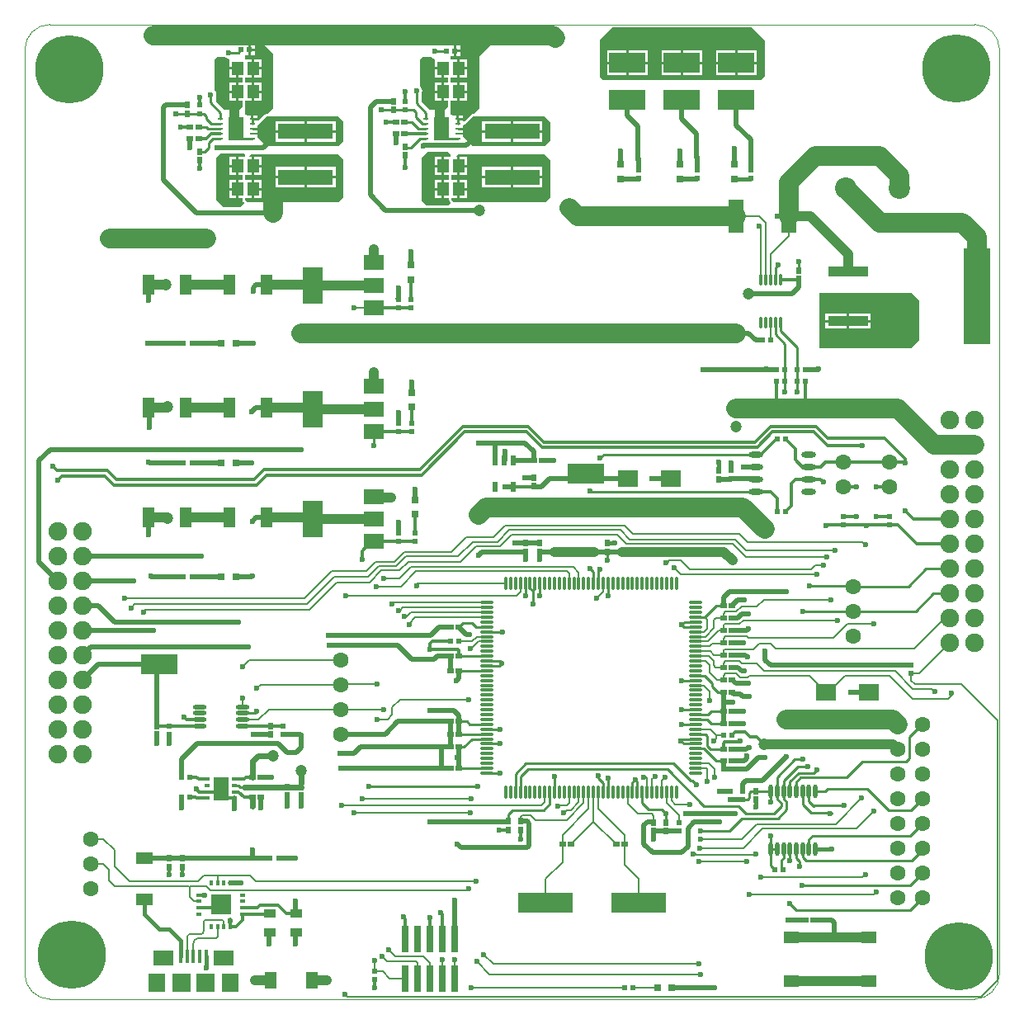
<source format=gtl>
G04 Layer_Physical_Order=1*
G04 Layer_Color=255*
%FSLAX25Y25*%
%MOIN*%
G70*
G01*
G75*
%ADD10C,0.00787*%
%ADD11R,0.02165X0.02362*%
%ADD12O,0.05709X0.01181*%
%ADD13O,0.01181X0.05709*%
%ADD14R,0.03150X0.03150*%
%ADD15R,0.02362X0.02165*%
%ADD16R,0.02441X0.02598*%
%ADD17R,0.03150X0.03150*%
%ADD18R,0.02598X0.02441*%
%ADD19R,0.01968X0.01181*%
%ADD20R,0.01181X0.01968*%
%ADD21R,0.08268X0.08268*%
%ADD22R,0.05118X0.03543*%
%ADD23R,0.03000X0.11000*%
%ADD24R,0.05000X0.07165*%
%ADD25O,0.01772X0.05512*%
%ADD26R,0.04724X0.05315*%
%ADD27R,0.07874X0.14961*%
%ADD28R,0.07874X0.05905*%
%ADD29R,0.22441X0.06299*%
%ADD30R,0.02165X0.00984*%
%ADD31R,0.06299X0.09449*%
%ADD32R,0.02362X0.01181*%
%ADD33R,0.05866X0.09449*%
%ADD34R,0.14567X0.07874*%
%ADD35R,0.05000X0.08465*%
%ADD36R,0.08268X0.07087*%
%ADD37R,0.07165X0.05000*%
%ADD38R,0.06102X0.05118*%
%ADD39O,0.05512X0.01968*%
%ADD40O,0.01181X0.05315*%
%ADD41R,0.06299X0.13780*%
%ADD42R,0.10630X0.38583*%
%ADD43R,0.16339X0.04134*%
%ADD44R,0.02362X0.03937*%
%ADD45O,0.05905X0.02362*%
%ADD46R,0.22047X0.08268*%
%ADD47R,0.01575X0.05335*%
%ADD48R,0.01575X0.05315*%
%ADD49R,0.07087X0.07480*%
%ADD50R,0.07480X0.07480*%
%ADD51R,0.08268X0.06299*%
%ADD52C,0.01968*%
%ADD53C,0.03937*%
%ADD54C,0.01000*%
%ADD55C,0.01181*%
%ADD56C,0.07874*%
%ADD57C,0.02362*%
%ADD58C,0.01575*%
%ADD59C,0.00394*%
%ADD60C,0.06299*%
%ADD61C,0.07480*%
%ADD62C,0.08661*%
%ADD63C,0.27559*%
%ADD64C,0.02362*%
%ADD65C,0.04724*%
%ADD66C,0.01968*%
G36*
X394882Y880315D02*
Y877953D01*
X389764Y872835D01*
X389764Y851968D01*
X387634Y849839D01*
X387428D01*
X387038Y849761D01*
X386707Y849540D01*
X383784Y846616D01*
X383283Y846824D01*
Y847138D01*
X381201D01*
Y847638D01*
X380701D01*
Y849130D01*
X379219D01*
X378854Y849425D01*
D01*
X378405Y849548D01*
X378346Y849606D01*
Y855004D01*
X380996D01*
Y858661D01*
Y862319D01*
X378346D01*
Y864453D01*
X380996D01*
Y868110D01*
Y871768D01*
X378346D01*
Y873114D01*
X379520D01*
Y875197D01*
Y877279D01*
X378774D01*
X378567Y877779D01*
X383071Y882283D01*
X392913D01*
X394882Y880315D01*
D02*
G37*
G36*
X418504Y846457D02*
X418504Y838976D01*
X416142Y836614D01*
X387402Y836614D01*
X383465Y840551D01*
X383283D01*
Y841256D01*
X381388D01*
X381201Y841293D01*
Y842232D01*
X383283D01*
Y843201D01*
X381201D01*
Y844140D01*
X381388Y844177D01*
X383283D01*
Y844853D01*
X383708Y845278D01*
X383887Y845278D01*
X384672Y846063D01*
X387428Y848819D01*
X416142Y848819D01*
X418504Y846457D01*
D02*
G37*
G36*
X418504Y831102D02*
Y816142D01*
X416535Y814173D01*
X379528D01*
X378740Y814961D01*
Y815634D01*
X380996D01*
Y819291D01*
Y822949D01*
X378740D01*
Y825083D01*
X380996D01*
Y828740D01*
Y832398D01*
X380689D01*
X380497Y832860D01*
X381102Y833465D01*
X416142D01*
X418504Y831102D01*
D02*
G37*
G36*
X306693Y874016D02*
Y851968D01*
X304563Y849839D01*
X303963D01*
X303573Y849761D01*
X303242Y849540D01*
X300713Y847010D01*
X300405Y847138D01*
X298130D01*
Y847638D01*
X297630D01*
Y849130D01*
X296148D01*
X295783Y849425D01*
D01*
X295334Y849548D01*
X295276Y849606D01*
Y855004D01*
X297925D01*
Y858661D01*
Y862319D01*
X295276D01*
Y864453D01*
X297925D01*
Y868110D01*
Y871768D01*
X295276D01*
Y873508D01*
X296449D01*
Y875591D01*
Y877673D01*
X296413D01*
X296164Y878173D01*
X296294Y878347D01*
X302362D01*
X306693Y874016D01*
D02*
G37*
G36*
X505406Y879240D02*
X505406Y865067D01*
X503831Y863492D01*
X439657Y863492D01*
X438476Y864673D01*
X438476Y879634D01*
X443595Y884752D01*
X499894Y884752D01*
X505406Y879240D01*
D02*
G37*
G36*
X371358Y872047D02*
X371450D01*
X371835Y871768D01*
Y868610D01*
X375197D01*
Y868110D01*
X375697D01*
Y864453D01*
X377327D01*
Y862319D01*
X375697D01*
Y858661D01*
Y855004D01*
X377327D01*
Y852819D01*
X375886Y851378D01*
X369882D01*
X366732Y854528D01*
Y858760D01*
X366732Y858760D01*
X366791Y859055D01*
X366621Y859906D01*
X366139Y860628D01*
X366043Y860692D01*
Y871850D01*
X366929Y872736D01*
X370669D01*
X371358Y872047D01*
D02*
G37*
G36*
X287732Y872355D02*
X288041Y872293D01*
X288287Y872047D01*
X288380D01*
X288764Y871768D01*
Y868610D01*
X292126D01*
Y868110D01*
X292626D01*
Y864453D01*
X294256D01*
Y862319D01*
X292626D01*
Y858661D01*
Y855004D01*
X294256D01*
Y852819D01*
X292815Y851378D01*
X286811D01*
X283661Y854528D01*
Y858760D01*
X282972Y859449D01*
Y871850D01*
X283858Y872736D01*
X287161D01*
X287732Y872355D01*
D02*
G37*
G36*
X335039Y831496D02*
X335039Y816142D01*
X333071Y814173D01*
X296063D01*
X295276Y814961D01*
Y815634D01*
X297925D01*
Y819291D01*
Y822949D01*
X295276D01*
Y825083D01*
X297925D01*
Y828740D01*
Y832398D01*
X297224D01*
X297033Y832860D01*
X297638Y833465D01*
X333071D01*
X335039Y831496D01*
D02*
G37*
G36*
X335039Y846850D02*
Y838583D01*
X333071Y836614D01*
X303937Y836614D01*
X300213Y840339D01*
Y841256D01*
X298317D01*
X298130Y841293D01*
Y842232D01*
X300213D01*
Y843201D01*
X298130D01*
Y844140D01*
X298317Y844177D01*
X300213D01*
Y845068D01*
X300422Y845278D01*
X301207Y846063D01*
X303963Y848819D01*
X333071Y848819D01*
X335039Y846850D01*
D02*
G37*
G36*
X567717Y774409D02*
X567717Y758268D01*
X564567Y755118D01*
X527165Y755118D01*
X527165Y777559D01*
X564567Y777559D01*
X567717Y774409D01*
D02*
G37*
G36*
X295276Y833268D02*
Y832398D01*
X292626D01*
Y828740D01*
Y825083D01*
X294256D01*
Y822949D01*
X292626D01*
Y819291D01*
Y815634D01*
X294256D01*
Y814961D01*
X294334Y814570D01*
X294555Y814240D01*
X295096Y813698D01*
X293406Y812008D01*
X286417D01*
X283563Y814862D01*
Y831988D01*
X285477Y833902D01*
X294641D01*
X295276Y833268D01*
D02*
G37*
G36*
X378346Y833268D02*
Y832398D01*
X375697D01*
Y828740D01*
Y825083D01*
X377721D01*
Y822949D01*
X375697D01*
Y819291D01*
Y815634D01*
X377721D01*
Y814961D01*
X377798Y814570D01*
X378019Y814240D01*
X378346Y813912D01*
Y813878D01*
X377318Y812850D01*
X368646D01*
X366634Y814862D01*
Y831988D01*
X368898Y834252D01*
X377362D01*
X378346Y833268D01*
D02*
G37*
%LPC*%
G36*
X384858Y871768D02*
X381996D01*
Y868610D01*
X384858D01*
Y871768D01*
D02*
G37*
G36*
X382201Y874697D02*
X380520D01*
Y873114D01*
X382201D01*
Y874697D01*
D02*
G37*
G36*
Y877279D02*
X380520D01*
Y875697D01*
X382201D01*
Y877279D01*
D02*
G37*
G36*
X384858Y867610D02*
X381996D01*
Y864453D01*
X384858D01*
Y867610D01*
D02*
G37*
G36*
X383283Y849130D02*
X381701D01*
Y848138D01*
X383283D01*
Y849130D01*
D02*
G37*
G36*
X384858Y862319D02*
X381996D01*
Y859161D01*
X384858D01*
Y862319D01*
D02*
G37*
G36*
Y858161D02*
X381996D01*
Y855004D01*
X384858D01*
Y858161D01*
D02*
G37*
G36*
X402650Y842216D02*
X390929D01*
Y838567D01*
X402650D01*
Y842216D01*
D02*
G37*
G36*
X415370Y846866D02*
X403650D01*
Y843217D01*
X415370D01*
Y846866D01*
D02*
G37*
G36*
Y842216D02*
X403650D01*
Y838567D01*
X415370D01*
Y842216D01*
D02*
G37*
G36*
X402650Y846866D02*
X390929D01*
Y843217D01*
X402650D01*
Y846866D01*
D02*
G37*
G36*
X384858Y828240D02*
X381996D01*
Y825083D01*
X384858D01*
Y828240D01*
D02*
G37*
G36*
X415370Y828362D02*
X403650D01*
Y824713D01*
X415370D01*
Y828362D01*
D02*
G37*
G36*
X384858Y832398D02*
X381996D01*
Y829240D01*
X384858D01*
Y832398D01*
D02*
G37*
G36*
X402650Y828362D02*
X390929D01*
Y824713D01*
X402650D01*
Y828362D01*
D02*
G37*
G36*
X384858Y818791D02*
X381996D01*
Y815634D01*
X384858D01*
Y818791D01*
D02*
G37*
G36*
Y822949D02*
X381996D01*
Y819791D01*
X384858D01*
Y822949D01*
D02*
G37*
G36*
X415370Y823713D02*
X403650D01*
Y820063D01*
X415370D01*
Y823713D01*
D02*
G37*
G36*
X402650D02*
X390929D01*
Y820063D01*
X402650D01*
Y823713D01*
D02*
G37*
G36*
X301787Y871768D02*
X298925D01*
Y868610D01*
X301787D01*
Y871768D01*
D02*
G37*
G36*
X299130Y875091D02*
X297449D01*
Y873508D01*
X299130D01*
Y875091D01*
D02*
G37*
G36*
Y877673D02*
X297449D01*
Y876091D01*
X299130D01*
Y877673D01*
D02*
G37*
G36*
X300213Y849130D02*
X298630D01*
Y848138D01*
X300213D01*
Y849130D01*
D02*
G37*
G36*
X301787Y858161D02*
X298925D01*
Y855004D01*
X301787D01*
Y858161D01*
D02*
G37*
G36*
X301787Y867610D02*
X298925D01*
Y864453D01*
X301787D01*
Y867610D01*
D02*
G37*
G36*
X301787Y862319D02*
X298925D01*
Y859161D01*
X301787D01*
Y862319D01*
D02*
G37*
G36*
X501984Y869866D02*
X494201D01*
Y865429D01*
X501984D01*
Y869866D01*
D02*
G37*
G36*
X449213Y875303D02*
X441429D01*
Y870866D01*
X449213D01*
Y875303D01*
D02*
G37*
G36*
X493201Y869866D02*
X485417D01*
Y865429D01*
X493201D01*
Y869866D01*
D02*
G37*
G36*
X457996D02*
X450213D01*
Y865429D01*
X457996D01*
Y869866D01*
D02*
G37*
G36*
X449213D02*
X441429D01*
Y865429D01*
X449213D01*
Y869866D01*
D02*
G37*
G36*
X479990D02*
X472207D01*
Y865429D01*
X479990D01*
Y869866D01*
D02*
G37*
G36*
X471207D02*
X463423D01*
Y865429D01*
X471207D01*
Y869866D01*
D02*
G37*
G36*
X457996Y875303D02*
X450213D01*
Y870866D01*
X457996D01*
Y875303D01*
D02*
G37*
G36*
X493201D02*
X485417D01*
Y870866D01*
X493201D01*
Y875303D01*
D02*
G37*
G36*
X471207D02*
X463423D01*
Y870866D01*
X471207D01*
Y875303D01*
D02*
G37*
G36*
X479990D02*
X472207D01*
Y870866D01*
X479990D01*
Y875303D01*
D02*
G37*
G36*
X501984D02*
X494201D01*
Y870866D01*
X501984D01*
Y875303D01*
D02*
G37*
G36*
X374697Y867610D02*
X371835D01*
Y864453D01*
X374697D01*
Y867610D01*
D02*
G37*
G36*
X374697Y858161D02*
X371835D01*
Y855004D01*
X374697D01*
Y858161D01*
D02*
G37*
G36*
Y862319D02*
X371835D01*
Y859161D01*
X374697D01*
Y862319D01*
D02*
G37*
G36*
X291626Y858161D02*
X288764D01*
Y855004D01*
X291626D01*
Y858161D01*
D02*
G37*
G36*
X291626Y867610D02*
X288764D01*
Y864453D01*
X291626D01*
Y867610D01*
D02*
G37*
G36*
X291626Y862319D02*
X288764D01*
Y859161D01*
X291626D01*
Y862319D01*
D02*
G37*
G36*
X301787Y828240D02*
X298925D01*
Y825083D01*
X301787D01*
Y828240D01*
D02*
G37*
G36*
Y832398D02*
X298925D01*
Y829240D01*
X301787D01*
Y832398D01*
D02*
G37*
G36*
X301787Y818791D02*
X298925D01*
Y815634D01*
X301787D01*
Y818791D01*
D02*
G37*
G36*
X331906Y828362D02*
X320185D01*
Y824713D01*
X331906D01*
Y828362D01*
D02*
G37*
G36*
X319185D02*
X307465D01*
Y824713D01*
X319185D01*
Y828362D01*
D02*
G37*
G36*
X331906Y823713D02*
X320185D01*
Y820063D01*
X331906D01*
Y823713D01*
D02*
G37*
G36*
X301787Y822949D02*
X298925D01*
Y819791D01*
X301787D01*
Y822949D01*
D02*
G37*
G36*
X319185Y823713D02*
X307465D01*
Y820063D01*
X319185D01*
Y823713D01*
D02*
G37*
G36*
Y842216D02*
X307465D01*
Y838567D01*
X319185D01*
Y842216D01*
D02*
G37*
G36*
X331906D02*
X320185D01*
Y838567D01*
X331906D01*
Y842216D01*
D02*
G37*
G36*
X319185Y846866D02*
X307465D01*
Y843217D01*
X319185D01*
Y846866D01*
D02*
G37*
G36*
X331906D02*
X320185D01*
Y843217D01*
X331906D01*
Y846866D01*
D02*
G37*
G36*
X547949Y765484D02*
X539280D01*
Y762917D01*
X547949D01*
Y765484D01*
D02*
G37*
G36*
X538279D02*
X529610D01*
Y762917D01*
X538279D01*
Y765484D01*
D02*
G37*
G36*
X547949Y769051D02*
X539280D01*
Y766484D01*
X547949D01*
Y769051D01*
D02*
G37*
G36*
X538279D02*
X529610D01*
Y766484D01*
X538279D01*
Y769051D01*
D02*
G37*
G36*
X291626Y828240D02*
X288764D01*
Y825083D01*
X291626D01*
Y828240D01*
D02*
G37*
G36*
Y832398D02*
X288764D01*
Y829240D01*
X291626D01*
Y832398D01*
D02*
G37*
G36*
X291626Y818791D02*
X288764D01*
Y815634D01*
X291626D01*
Y818791D01*
D02*
G37*
G36*
Y822949D02*
X288764D01*
Y819791D01*
X291626D01*
Y822949D01*
D02*
G37*
G36*
X374697Y828240D02*
X371835D01*
Y825083D01*
X374697D01*
Y828240D01*
D02*
G37*
G36*
Y832398D02*
X371835D01*
Y829240D01*
X374697D01*
Y832398D01*
D02*
G37*
G36*
X374697Y818791D02*
X371835D01*
Y815634D01*
X374697D01*
Y818791D01*
D02*
G37*
G36*
Y822949D02*
X371835D01*
Y819791D01*
X374697D01*
Y822949D01*
D02*
G37*
%LPD*%
D10*
X283268Y516634D02*
G03*
X284154Y517520I0J886D01*
G01*
X276181Y516634D02*
G03*
X274410Y514862I0J-1772D01*
G01*
X286713Y523130D02*
G03*
X285630Y524213I-1083J0D01*
G01*
X279626D02*
G03*
X278543Y523130I0J-1083D01*
G01*
X286713Y521457D02*
G03*
X286614Y521358I0J-98D01*
G01*
X277274Y518307D02*
G03*
X278543Y519577I0J1270D01*
G01*
X272638Y518307D02*
G03*
X271850Y517520I0J-787D01*
G01*
X495079Y679921D02*
X498228Y676772D01*
X452067Y679921D02*
X495079D01*
X498228Y676772D02*
X544587D01*
X533366Y673425D02*
Y673524D01*
X450591Y677854D02*
X493405D01*
X497736Y673524D01*
X448524Y683465D02*
X452067Y679921D01*
X497736Y673524D02*
X533366D01*
X497539Y670866D02*
X530217D01*
X492323Y676083D02*
X497539Y670866D01*
X449213Y676083D02*
X492323D01*
X411378Y699016D02*
X411811Y699449D01*
X297401Y541929D02*
X299567Y539764D01*
X284154Y541929D02*
X297401D01*
X278543D02*
X284154D01*
Y539173D02*
Y541929D01*
X276378Y539764D02*
X278543Y541929D01*
X484252Y581890D02*
X485039Y582677D01*
X272835Y533465D02*
Y537795D01*
X279528D01*
X242520D02*
X272736D01*
X240256Y540059D02*
X242520Y537795D01*
X276181Y516634D02*
X283268D01*
X274410Y509350D02*
Y514862D01*
X364961Y500394D02*
Y506595D01*
X364173Y507382D02*
X364961Y506595D01*
X352658Y507382D02*
X364173D01*
X407087Y566437D02*
X410630D01*
X406496Y565846D02*
X407087Y566437D01*
X406496Y563937D02*
Y565846D01*
X495866Y633366D02*
X500492D01*
X495669Y633563D02*
X495866Y633366D01*
X500492D02*
X502756Y635630D01*
X507677D01*
X485630Y597441D02*
X485630Y598819D01*
X484646Y596457D02*
X485630Y597441D01*
X459547Y566929D02*
X460236Y566240D01*
Y563543D02*
Y566240D01*
X453937Y566929D02*
X459547D01*
X544587Y676772D02*
X545768Y675591D01*
X237795Y546850D02*
X240256Y544390D01*
Y540059D02*
Y544390D01*
X437205Y654134D02*
X439921Y656850D01*
Y660118D01*
X361417Y643799D02*
X361909Y643307D01*
X334173Y618898D02*
X334567Y619291D01*
X423425Y547441D02*
Y558464D01*
X448622Y546260D02*
Y558465D01*
X335827Y655217D02*
X404921D01*
X248425Y539764D02*
X276378D01*
X514961Y800394D02*
Y808405D01*
X284154Y517520D02*
Y521457D01*
X279626Y524213D02*
X285630D01*
X286713Y521457D02*
Y523130D01*
X278543Y519577D02*
Y523130D01*
X272638Y518307D02*
X277274D01*
X271850Y509350D02*
Y517520D01*
X255044Y649434D02*
X321088D01*
X254134Y648524D02*
X255044Y649434D01*
X249188Y650197D02*
X250590Y651600D01*
X320191D01*
X378642Y672638D02*
X384744Y678740D01*
X359547Y672638D02*
X378642D01*
X381152Y670915D02*
X387106Y676870D01*
X360261Y670915D02*
X381152D01*
X382382Y668898D02*
X388583Y675098D01*
X361305Y668898D02*
X382382D01*
X349127Y667040D02*
X356385D01*
X344808Y662722D02*
X349127Y667040D01*
X331313Y662722D02*
X344808D01*
X350295Y665256D02*
X357663D01*
X345596Y660556D02*
X350295Y665256D01*
X332210Y660556D02*
X345596D01*
X357663Y665256D02*
X361305Y668898D01*
X355709Y668799D02*
X359547Y672638D01*
X347933Y668799D02*
X355709D01*
X344291Y665158D02*
X347933Y668799D01*
X504921Y653543D02*
X531988D01*
X502067Y650689D02*
X504921Y653543D01*
X495768Y650689D02*
X502067D01*
X493701Y648622D02*
X495768Y650689D01*
X489272Y648622D02*
X493701D01*
X488425Y646063D02*
Y647776D01*
X489272Y648622D01*
X485433Y646063D02*
X488425D01*
X402854Y679823D02*
X445472D01*
X398130Y675098D02*
X402854Y679823D01*
X445472D02*
X449213Y676083D01*
X388583Y675098D02*
X398130D01*
X484646Y642126D02*
Y645276D01*
X485433Y646063D01*
X481083Y638563D02*
X484646Y642126D01*
X477224Y638563D02*
X481083D01*
X533366Y673425D02*
X533661D01*
X534350Y645079D02*
X534449Y645177D01*
X496457Y645079D02*
X534350D01*
X494980Y643602D02*
X496457Y645079D01*
X489075Y643602D02*
X494980D01*
X488425Y642953D02*
X489075Y643602D01*
X401870Y681595D02*
X446850D01*
X397146Y676870D02*
X401870Y681595D01*
X446850D02*
X450591Y677854D01*
X387106Y676870D02*
X397146D01*
X488425Y641076D02*
Y642953D01*
X486745Y641076D02*
X488425D01*
X482264Y636594D02*
X486745Y641076D01*
X477224Y636594D02*
X482264D01*
X538484Y643898D02*
X549311D01*
X532776Y638189D02*
X538484Y643898D01*
X498622Y638189D02*
X532776D01*
X498032Y638779D02*
X498622Y638189D01*
X495866Y638779D02*
X498032D01*
X495669Y638583D02*
X495866Y638779D01*
X489173Y638583D02*
X495669D01*
X488425Y637835D02*
X489173Y638583D01*
X400394Y683465D02*
X448524D01*
X395669Y678740D02*
X400394Y683465D01*
X488425Y636089D02*
Y637835D01*
X384744Y678740D02*
X395669D01*
X488163Y635827D02*
X488425Y636089D01*
X483957Y635827D02*
X488163D01*
X482756Y634626D02*
X483957Y635827D01*
X477224Y634626D02*
X482756D01*
X246555Y654035D02*
X319182D01*
X330304Y665158D01*
X320191Y651600D02*
X331313Y662722D01*
X321088Y649434D02*
X332210Y660556D01*
X330304Y665158D02*
X344291D01*
X356385Y667040D02*
X360261Y670915D01*
X362303Y666732D02*
X427756D01*
X357677Y662106D02*
X362303Y666732D01*
X351378Y662106D02*
X357677D01*
X364370Y664961D02*
X425197D01*
X358268Y658858D02*
X364370Y664961D01*
X348327Y658858D02*
X358268D01*
X549213Y534547D02*
X550098Y535433D01*
X498917Y534547D02*
X549213D01*
X478642Y547835D02*
X497933D01*
X544587Y541339D02*
X545768Y542520D01*
X503543Y541339D02*
X544587D01*
X477559Y550492D02*
X501181D01*
X501575Y550886D01*
X477264Y550787D02*
X477559Y550492D01*
X476378Y550787D02*
X477264D01*
X542126Y560925D02*
X549114Y567913D01*
X504232Y560925D02*
X542126D01*
X496457Y553150D02*
X504232Y560925D01*
X478937Y553150D02*
X496457D01*
X533957Y562894D02*
X544390Y573327D01*
X502067Y562894D02*
X533957D01*
X495866Y556693D02*
X502067Y562894D01*
X479134Y556693D02*
X495866D01*
X461713Y496654D02*
X461811Y496752D01*
X451870Y496654D02*
X461713D01*
X448425Y496752D02*
X448524Y496654D01*
X386614Y496752D02*
X448425D01*
X357776Y613091D02*
X385433D01*
X348721Y605118D02*
X352756D01*
X354724Y607087D01*
Y609941D01*
X357776Y612992D01*
Y613091D01*
X334016Y609055D02*
X351181D01*
X385433Y613091D02*
X385531Y612992D01*
X386221Y633661D02*
X386713D01*
X389646Y636594D01*
X392776D01*
X537598Y622835D02*
X555512D01*
X530905Y616142D02*
X537598Y622835D01*
X529823Y616142D02*
X530905D01*
X555512Y622835D02*
X564862Y613484D01*
X523228Y622736D02*
X529823Y616142D01*
X498819Y622736D02*
X523228D01*
X456201Y581791D02*
X457283D01*
X457638Y581437D01*
X463543Y580571D02*
X464862Y581890D01*
X463543Y575669D02*
Y580571D01*
X459606Y575669D02*
Y581555D01*
X457638Y575669D02*
Y581437D01*
X468996Y570866D02*
X474902D01*
X467480Y572382D02*
X468996Y570866D01*
X467480Y572382D02*
Y575669D01*
X525591Y667323D02*
X528937D01*
X471260Y663779D02*
X526181D01*
X507677Y635630D02*
X509547Y633760D01*
X565650D01*
X577953Y646063D02*
X579764D01*
X565650Y633760D02*
X577953Y646063D01*
X572638Y617520D02*
X573819Y616339D01*
X580709Y614862D02*
Y615846D01*
X579331Y613484D02*
X580709Y614862D01*
X564862Y613484D02*
X579331D01*
X496063Y627658D02*
X501870D01*
X564862Y617520D02*
X572638D01*
X557776Y624606D02*
X564862Y617520D01*
X504921Y624606D02*
X557776D01*
X501870Y627658D02*
X504921Y624606D01*
X495177Y622146D02*
X498228D01*
X498819Y622736D01*
X493701Y623622D02*
X495177Y622146D01*
X489272Y623622D02*
X493701D01*
X488425Y622776D02*
X489272Y623622D01*
X488425Y621129D02*
Y622776D01*
X495079Y628642D02*
X496063Y627658D01*
X489173Y628642D02*
X495079D01*
X488425Y627894D02*
X489173Y628642D01*
X488425Y626116D02*
Y627894D01*
X489075Y633563D02*
X495669D01*
X488425Y632913D02*
X489075Y633563D01*
X488425Y631102D02*
Y632913D01*
X524016Y665748D02*
X525591Y667323D01*
X474803Y665748D02*
X524016D01*
X471260Y669291D02*
X474803Y665748D01*
X466535Y669291D02*
X471260D01*
X465748Y668504D02*
X466535Y669291D01*
X465354Y668504D02*
X465748D01*
X468504Y666535D02*
X471260Y663779D01*
X470472Y563484D02*
Y566535D01*
X465512Y571496D02*
X470472Y566535D01*
X480984Y646437D02*
X481890Y645532D01*
Y641732D02*
Y645532D01*
X480689Y640531D02*
X481890Y641732D01*
X477224Y640531D02*
X480689D01*
X483071Y612598D02*
Y616535D01*
X480728Y618878D02*
X483071Y616535D01*
X477224Y618878D02*
X480728D01*
X482697Y587382D02*
X485039Y585039D01*
Y582677D02*
Y585039D01*
X579764Y636063D02*
X579764D01*
X567520Y623819D02*
X579764Y636063D01*
X564173Y623819D02*
X567520D01*
X564173Y620866D02*
Y623819D01*
Y620866D02*
X565748Y619291D01*
X584646D01*
X599213Y604724D01*
Y499606D02*
Y604724D01*
X592520Y492913D02*
X599213Y499606D01*
X336614Y492913D02*
X592520D01*
X335433Y494095D02*
X336614Y492913D01*
X334252Y570472D02*
X414961D01*
X416299Y571811D01*
X347047Y771260D02*
X347284Y771496D01*
X339370Y771260D02*
X347047D01*
X342520Y573228D02*
X386614D01*
X334567Y619291D02*
X348425D01*
X430079Y571811D02*
Y575669D01*
X426772Y568504D02*
X430079Y571811D01*
X425197Y568504D02*
X426772D01*
X424016Y567323D02*
X425197Y568504D01*
X339370Y567323D02*
X386221D01*
X426142Y571417D02*
Y575669D01*
X422047Y570472D02*
X425197D01*
X426142Y571417D01*
X421654Y570079D02*
X422047Y570472D01*
X410630Y566437D02*
X412500Y564567D01*
X425197D01*
X416299Y571811D02*
Y575669D01*
X242520Y545669D02*
X248425Y539764D01*
X242520Y545669D02*
Y552362D01*
X233071Y546850D02*
X237795D01*
X238032Y556850D02*
X242520Y552362D01*
X233071Y556850D02*
X238032D01*
X281102Y536221D02*
X385039D01*
X279528Y537795D02*
X281102Y536221D01*
X385039D02*
X385650Y536831D01*
X274705Y531595D02*
X276575D01*
X272835Y533465D02*
X274705Y531595D01*
X481890Y579921D02*
Y585039D01*
X481516Y585413D02*
X481890Y585039D01*
X477224Y585413D02*
X481516D01*
X395669Y506299D02*
X478740D01*
X391732Y510236D02*
X395669Y506299D01*
X484252Y581890D02*
X485039D01*
X477224Y587382D02*
X482697D01*
X388799Y507303D02*
X393951Y502151D01*
X479345D01*
X299567Y539764D02*
X388583D01*
X510236Y808405D02*
X514961D01*
Y808405D01*
X507480Y792913D02*
X514961Y800394D01*
X507480Y782776D02*
Y792913D01*
X502756Y804331D02*
X503543Y803543D01*
X502894Y808268D02*
X505512Y805650D01*
Y784882D02*
Y805650D01*
X503543Y782776D02*
Y803543D01*
X294094Y610138D02*
Y613779D01*
Y605020D02*
X300689D01*
X304882Y609213D01*
X333858D01*
X300000Y617717D02*
X301496Y619213D01*
X333858D01*
X294094Y626378D02*
X296929Y629213D01*
X333858D01*
Y609213D02*
X334016Y609055D01*
X333858Y619213D02*
X334173Y618898D01*
X430079Y660118D02*
Y664409D01*
X427756Y666732D02*
X430079Y664409D01*
X426142Y660118D02*
Y664016D01*
X425197Y664961D02*
X426142Y664016D01*
X404921Y655217D02*
X406457Y656752D01*
Y660118D01*
X350541Y509498D02*
X352658Y507382D01*
X355807Y509547D02*
X367126D01*
X353199Y512155D02*
X355807Y509547D01*
X364469Y658957D02*
Y659941D01*
X364646Y660118D01*
X361614Y643307D02*
X361909D01*
X364055Y646437D02*
X392776D01*
X361417Y643799D02*
X364055Y646437D01*
X355295Y652343D02*
X392776D01*
X354626Y651673D02*
X355295Y652343D01*
X358937Y650374D02*
X392776D01*
X357776Y649213D02*
X358937Y650374D01*
X357283Y649213D02*
X357776D01*
X362087Y648406D02*
X392776D01*
X360581Y646900D02*
X362087Y648406D01*
X364646Y660118D02*
X400551D01*
X379961Y500394D02*
Y508228D01*
X374961Y500394D02*
Y508209D01*
X367126Y509547D02*
X369961Y506713D01*
Y500394D02*
Y506713D01*
X347638Y503346D02*
Y507579D01*
Y503346D02*
X350787D01*
X353740Y500394D01*
X359961D01*
X465512Y571496D02*
Y575669D01*
X425197Y564567D02*
X432047Y571417D01*
X388858Y638563D02*
X392776D01*
X386909Y636614D02*
X388858Y638563D01*
X381594Y636614D02*
X386909D01*
X488327Y631004D02*
X488425Y631102D01*
X484744Y631004D02*
X488327D01*
X483091Y632657D02*
X484744Y631004D01*
X477224Y632657D02*
X483091D01*
X485302Y626116D02*
X488425D01*
X484449Y626968D02*
X485302Y626116D01*
X484449Y626968D02*
Y628740D01*
X482500Y630689D02*
X484449Y628740D01*
X477224Y630689D02*
X482500D01*
X481220Y628721D02*
X482776Y627165D01*
Y624114D02*
Y627165D01*
Y624114D02*
X485761Y621129D01*
X477224Y628721D02*
X481220D01*
X485761Y621129D02*
X488425D01*
X485630Y598819D02*
X488484D01*
X483287Y601161D02*
X485630Y598819D01*
X477224Y601161D02*
X483287D01*
X507480Y758268D02*
X507480Y758268D01*
X507480Y758268D02*
Y765256D01*
X449764Y571102D02*
Y575669D01*
Y571102D02*
X453937Y566929D01*
X495669Y808268D02*
X502894D01*
X445118Y554724D02*
Y554724D01*
X436024Y563819D02*
X445118Y554724D01*
X436024Y563819D02*
Y573917D01*
X426929Y554724D02*
X436024Y563819D01*
X432047Y571417D02*
Y575669D01*
X423425Y558464D02*
X434055Y569095D01*
Y573917D01*
X416732Y531102D02*
Y540748D01*
X454134Y531102D02*
Y540748D01*
X448622Y546260D02*
X454134Y540748D01*
X437992Y569095D02*
X448622Y558465D01*
X437992Y569095D02*
Y573917D01*
X416732Y540748D02*
X423425Y547441D01*
D11*
X477854Y823622D02*
D03*
Y826968D02*
D03*
X454232Y823622D02*
D03*
Y826968D02*
D03*
X362598Y721555D02*
D03*
Y724902D02*
D03*
X363779Y677067D02*
D03*
Y680413D02*
D03*
X362205Y771555D02*
D03*
Y774902D02*
D03*
X264567Y599114D02*
D03*
Y602461D02*
D03*
X347638Y500000D02*
D03*
Y503346D02*
D03*
X491142Y575984D02*
D03*
Y572638D02*
D03*
X496358Y575984D02*
D03*
Y572638D02*
D03*
X470472Y563484D02*
D03*
Y560138D02*
D03*
X267323Y853248D02*
D03*
Y849902D02*
D03*
X276772D02*
D03*
Y853248D02*
D03*
X350394Y854823D02*
D03*
Y851476D02*
D03*
X359842D02*
D03*
Y854823D02*
D03*
X564173Y623819D02*
D03*
Y627165D02*
D03*
X499508Y823622D02*
D03*
Y826968D02*
D03*
X357087Y680413D02*
D03*
Y677067D02*
D03*
Y724902D02*
D03*
Y721555D02*
D03*
Y774902D02*
D03*
Y771555D02*
D03*
X310630Y602461D02*
D03*
Y599114D02*
D03*
X491732Y702264D02*
D03*
Y705610D02*
D03*
X537008Y683760D02*
D03*
Y687106D02*
D03*
X555512Y683760D02*
D03*
Y687106D02*
D03*
D12*
X392776Y583445D02*
D03*
Y585413D02*
D03*
Y587382D02*
D03*
Y589350D02*
D03*
Y591319D02*
D03*
Y593287D02*
D03*
Y595256D02*
D03*
Y597224D02*
D03*
Y599193D02*
D03*
Y601161D02*
D03*
Y603130D02*
D03*
Y605098D02*
D03*
Y607067D02*
D03*
Y609035D02*
D03*
Y611004D02*
D03*
Y612972D02*
D03*
Y614941D02*
D03*
Y616909D02*
D03*
Y618878D02*
D03*
Y620847D02*
D03*
Y622815D02*
D03*
Y624783D02*
D03*
Y626752D02*
D03*
Y628721D02*
D03*
Y630689D02*
D03*
Y632657D02*
D03*
Y634626D02*
D03*
Y636594D02*
D03*
Y638563D02*
D03*
Y640531D02*
D03*
Y642500D02*
D03*
Y644468D02*
D03*
Y646437D02*
D03*
Y648406D02*
D03*
Y650374D02*
D03*
Y652343D02*
D03*
X477224D02*
D03*
Y650374D02*
D03*
Y648406D02*
D03*
Y646437D02*
D03*
Y644468D02*
D03*
Y642500D02*
D03*
Y640531D02*
D03*
Y638563D02*
D03*
Y636594D02*
D03*
Y634626D02*
D03*
Y632657D02*
D03*
Y630689D02*
D03*
Y628721D02*
D03*
Y626752D02*
D03*
Y624783D02*
D03*
Y622815D02*
D03*
Y620847D02*
D03*
Y618878D02*
D03*
Y616909D02*
D03*
Y614941D02*
D03*
Y612972D02*
D03*
Y611004D02*
D03*
Y609035D02*
D03*
Y607067D02*
D03*
Y605098D02*
D03*
Y603130D02*
D03*
Y601161D02*
D03*
Y599193D02*
D03*
Y597224D02*
D03*
Y595256D02*
D03*
Y593287D02*
D03*
Y591319D02*
D03*
Y589350D02*
D03*
Y587382D02*
D03*
Y585413D02*
D03*
Y583445D02*
D03*
D13*
X400551Y660118D02*
D03*
X402520D02*
D03*
X404488D02*
D03*
X406457D02*
D03*
X408425D02*
D03*
X410394D02*
D03*
X412362D02*
D03*
X414331D02*
D03*
X416299D02*
D03*
X418268D02*
D03*
X420236D02*
D03*
X422205D02*
D03*
X424173D02*
D03*
X426142D02*
D03*
X428110D02*
D03*
X430079D02*
D03*
X432047D02*
D03*
X434016D02*
D03*
X435984D02*
D03*
X437953D02*
D03*
X439921D02*
D03*
X441890D02*
D03*
X443858D02*
D03*
X445827D02*
D03*
X447795D02*
D03*
X449764D02*
D03*
X451732D02*
D03*
X453701D02*
D03*
X455669D02*
D03*
X457638D02*
D03*
X459606D02*
D03*
X461575D02*
D03*
X463543D02*
D03*
X465512D02*
D03*
X467480D02*
D03*
X469449D02*
D03*
Y575669D02*
D03*
X467480D02*
D03*
X465512D02*
D03*
X463543D02*
D03*
X461575D02*
D03*
X459606D02*
D03*
X457638D02*
D03*
X455669D02*
D03*
X453701D02*
D03*
X451732D02*
D03*
X449764D02*
D03*
X447795D02*
D03*
X445827D02*
D03*
X443858D02*
D03*
X441890D02*
D03*
X439921D02*
D03*
X437953D02*
D03*
X435984D02*
D03*
X434016D02*
D03*
X432047D02*
D03*
X430079D02*
D03*
X428110D02*
D03*
X426142D02*
D03*
X424173D02*
D03*
X422205D02*
D03*
X420236D02*
D03*
X418268D02*
D03*
X416299D02*
D03*
X414331D02*
D03*
X412362D02*
D03*
X410394D02*
D03*
X408425D02*
D03*
X406457D02*
D03*
X404488D02*
D03*
X402520D02*
D03*
X400551D02*
D03*
D14*
X492815Y829429D02*
D03*
Y823524D02*
D03*
X470768Y829429D02*
D03*
Y823524D02*
D03*
X446752Y829429D02*
D03*
Y823524D02*
D03*
X363779Y693898D02*
D03*
Y687992D02*
D03*
X362205Y788779D02*
D03*
Y782874D02*
D03*
X362598Y737205D02*
D03*
Y731299D02*
D03*
D15*
X448524Y496654D02*
D03*
X451870D02*
D03*
X510039Y741831D02*
D03*
X513386D02*
D03*
X521555D02*
D03*
X518209D02*
D03*
X510138Y718504D02*
D03*
X513484D02*
D03*
X488484Y598819D02*
D03*
X491831D02*
D03*
X381594Y636614D02*
D03*
X378248D02*
D03*
X269587Y581890D02*
D03*
X272933D02*
D03*
X308760Y548976D02*
D03*
X305413D02*
D03*
X509350Y544488D02*
D03*
X512697D02*
D03*
X296949Y875591D02*
D03*
X293602D02*
D03*
X380020Y875197D02*
D03*
X376673D02*
D03*
X269587Y573622D02*
D03*
X272933D02*
D03*
X273760Y662835D02*
D03*
X270413D02*
D03*
X273760Y708898D02*
D03*
X270413D02*
D03*
X273760Y756929D02*
D03*
X270413D02*
D03*
X513386Y746457D02*
D03*
X510039D02*
D03*
X518209D02*
D03*
X521555D02*
D03*
X507480Y758268D02*
D03*
X504134D02*
D03*
X510138Y688976D02*
D03*
X513484D02*
D03*
D16*
X401575Y563937D02*
D03*
Y560472D02*
D03*
X465354Y560079D02*
D03*
Y563543D02*
D03*
X501575Y576142D02*
D03*
Y572677D02*
D03*
X276772Y834410D02*
D03*
Y830945D02*
D03*
X272047Y853307D02*
D03*
Y849842D02*
D03*
X359842Y836378D02*
D03*
Y832913D02*
D03*
X355118Y854882D02*
D03*
Y851417D02*
D03*
X312402Y574350D02*
D03*
Y577815D02*
D03*
X317913D02*
D03*
Y574350D02*
D03*
X518898Y786378D02*
D03*
Y782913D02*
D03*
X406496Y560472D02*
D03*
Y563937D02*
D03*
X441732Y676260D02*
D03*
Y672795D02*
D03*
X414331Y676260D02*
D03*
Y672795D02*
D03*
X411909Y702716D02*
D03*
Y699252D02*
D03*
X264567Y545512D02*
D03*
Y548976D02*
D03*
X460236Y560079D02*
D03*
Y563543D02*
D03*
X408425Y676260D02*
D03*
Y672795D02*
D03*
X270079Y548976D02*
D03*
Y545512D02*
D03*
X305512Y599055D02*
D03*
Y602520D02*
D03*
X486614Y705669D02*
D03*
Y702205D02*
D03*
X259449Y599055D02*
D03*
Y602520D02*
D03*
D17*
X461811Y496752D02*
D03*
X467717D02*
D03*
X291575Y662835D02*
D03*
X285669D02*
D03*
X291575Y708898D02*
D03*
X285669D02*
D03*
X291575Y756929D02*
D03*
X285669D02*
D03*
D18*
X415413Y709842D02*
D03*
X411949D02*
D03*
X491988Y593012D02*
D03*
X488524D02*
D03*
X491890Y603543D02*
D03*
X488425D02*
D03*
X276535Y844488D02*
D03*
X273071D02*
D03*
X276535Y839764D02*
D03*
X273071D02*
D03*
X359606Y846457D02*
D03*
X356142D02*
D03*
X359606Y841732D02*
D03*
X356142D02*
D03*
X491890Y636089D02*
D03*
X488425D02*
D03*
X378189Y585433D02*
D03*
X381653D02*
D03*
X378189Y594095D02*
D03*
X381653D02*
D03*
X378189Y642520D02*
D03*
X381653D02*
D03*
X378189Y624803D02*
D03*
X381653D02*
D03*
X491890Y616142D02*
D03*
X488425D02*
D03*
X491890Y608268D02*
D03*
X488425D02*
D03*
X378189Y599213D02*
D03*
X381653D02*
D03*
X491890Y588386D02*
D03*
X488425D02*
D03*
X378189Y604331D02*
D03*
X381653D02*
D03*
X378189Y630709D02*
D03*
X381653D02*
D03*
X491890Y651181D02*
D03*
X488425D02*
D03*
X521496Y524016D02*
D03*
X524961D02*
D03*
X298268Y581890D02*
D03*
X301732D02*
D03*
X301732Y573622D02*
D03*
X298268D02*
D03*
X491890Y621129D02*
D03*
X488425D02*
D03*
X491890Y641076D02*
D03*
X488425D02*
D03*
X491890Y626116D02*
D03*
X488425D02*
D03*
X491890Y646063D02*
D03*
X488425D02*
D03*
X423465Y554724D02*
D03*
X426929D02*
D03*
X448583D02*
D03*
X445118D02*
D03*
X491890Y631102D02*
D03*
X488425D02*
D03*
D19*
X276575Y534154D02*
D03*
Y531595D02*
D03*
Y529035D02*
D03*
Y526476D02*
D03*
X294291D02*
D03*
Y529035D02*
D03*
Y531595D02*
D03*
Y534154D02*
D03*
D20*
X281594Y521457D02*
D03*
X284154D02*
D03*
X286713D02*
D03*
X289272D02*
D03*
Y539173D02*
D03*
X286713D02*
D03*
X284154D02*
D03*
X281594D02*
D03*
D21*
X285433Y530315D02*
D03*
D22*
X315748Y519095D02*
D03*
Y526575D02*
D03*
X305118Y519095D02*
D03*
Y526575D02*
D03*
D23*
X379961Y500394D02*
D03*
X374961D02*
D03*
X369961D02*
D03*
X364961D02*
D03*
X359961D02*
D03*
Y516378D02*
D03*
X364961D02*
D03*
X369961D02*
D03*
X374961D02*
D03*
X379961D02*
D03*
D24*
X322126Y499705D02*
D03*
X305433D02*
D03*
D25*
X507677Y552756D02*
D03*
X510236D02*
D03*
X512795D02*
D03*
X515354D02*
D03*
X517913D02*
D03*
X520472D02*
D03*
X523032D02*
D03*
X525591D02*
D03*
X507677Y575984D02*
D03*
X510236D02*
D03*
X512795D02*
D03*
X515354D02*
D03*
X517913D02*
D03*
X520472D02*
D03*
X523032D02*
D03*
X525591D02*
D03*
D26*
X375197Y868110D02*
D03*
X381496D02*
D03*
X292126Y868110D02*
D03*
X298425D02*
D03*
X292126Y858661D02*
D03*
X298425D02*
D03*
X292126Y828740D02*
D03*
X298425D02*
D03*
X292126Y819291D02*
D03*
X298425D02*
D03*
X375197Y858661D02*
D03*
X381496D02*
D03*
X375197Y828740D02*
D03*
X381496D02*
D03*
X375197Y819291D02*
D03*
X381496D02*
D03*
D27*
X322480Y686063D02*
D03*
Y730551D02*
D03*
Y780551D02*
D03*
D28*
X347284Y695118D02*
D03*
Y686063D02*
D03*
Y677008D02*
D03*
Y739606D02*
D03*
Y730551D02*
D03*
Y721496D02*
D03*
Y789606D02*
D03*
Y780551D02*
D03*
Y771496D02*
D03*
D29*
X319685Y842717D02*
D03*
Y824213D02*
D03*
X403150Y842717D02*
D03*
Y824213D02*
D03*
D30*
X285335Y847638D02*
D03*
Y845669D02*
D03*
Y843701D02*
D03*
Y841732D02*
D03*
Y839764D02*
D03*
X298130D02*
D03*
Y841732D02*
D03*
Y843701D02*
D03*
Y845669D02*
D03*
Y847638D02*
D03*
X381201D02*
D03*
Y845669D02*
D03*
Y843701D02*
D03*
Y841732D02*
D03*
Y839764D02*
D03*
X368406D02*
D03*
Y841732D02*
D03*
Y843701D02*
D03*
Y845669D02*
D03*
Y847638D02*
D03*
D31*
X291634Y843701D02*
D03*
X374705D02*
D03*
D32*
X279921Y581004D02*
D03*
Y578445D02*
D03*
Y575886D02*
D03*
Y573327D02*
D03*
X290945Y581004D02*
D03*
Y578445D02*
D03*
Y575886D02*
D03*
Y573327D02*
D03*
D33*
X285433Y577165D02*
D03*
D34*
X449713Y855512D02*
D03*
X471654D02*
D03*
X493701D02*
D03*
Y870366D02*
D03*
X471707D02*
D03*
X449713D02*
D03*
X433071Y704331D02*
D03*
X260630Y627559D02*
D03*
D35*
X271260Y780709D02*
D03*
X256299D02*
D03*
X288976Y686614D02*
D03*
X303937D02*
D03*
X288976Y731102D02*
D03*
X303937D02*
D03*
X288976Y780709D02*
D03*
X303937D02*
D03*
X271260Y686614D02*
D03*
X256299D02*
D03*
X271260Y731102D02*
D03*
X256299D02*
D03*
D36*
X529823Y616142D02*
D03*
X547146D02*
D03*
X450000Y702362D02*
D03*
X467323D02*
D03*
D37*
X254724Y548976D02*
D03*
Y532283D02*
D03*
D38*
X547146Y499409D02*
D03*
X515846D02*
D03*
X547146Y517126D02*
D03*
X515846D02*
D03*
D39*
X276772Y610138D02*
D03*
Y607579D02*
D03*
Y605020D02*
D03*
Y602461D02*
D03*
X294094Y610138D02*
D03*
Y607579D02*
D03*
Y605020D02*
D03*
Y602461D02*
D03*
D40*
X511417Y782776D02*
D03*
X509449D02*
D03*
X507480D02*
D03*
X505512D02*
D03*
X503543D02*
D03*
X511417Y765256D02*
D03*
X509449D02*
D03*
X507480D02*
D03*
X505512D02*
D03*
X503543D02*
D03*
D41*
X514961Y808268D02*
D03*
X493701D02*
D03*
D42*
X590945Y775984D02*
D03*
D43*
X538779Y765984D02*
D03*
Y785984D02*
D03*
D44*
X403740Y709646D02*
D03*
X400000D02*
D03*
X396260D02*
D03*
Y699016D02*
D03*
X403740D02*
D03*
D45*
X522835Y697224D02*
D03*
Y702224D02*
D03*
Y707224D02*
D03*
Y712224D02*
D03*
X501575Y697224D02*
D03*
Y702224D02*
D03*
Y707224D02*
D03*
Y712224D02*
D03*
D46*
X416732Y531102D02*
D03*
X454134D02*
D03*
D47*
X271850Y509350D02*
D03*
D48*
X274410D02*
D03*
X276969D02*
D03*
X279528D02*
D03*
X269291D02*
D03*
D49*
X289370Y498819D02*
D03*
X259449Y498819D02*
D03*
D50*
X279134D02*
D03*
X269685D02*
D03*
D51*
X286614Y508858D02*
D03*
X262205Y508858D02*
D03*
D52*
X408130Y702697D02*
X412008D01*
X497900Y641076D02*
X498622Y641798D01*
X495800Y624606D02*
X496949D01*
X491890Y592913D02*
X497638D01*
X460295Y560138D02*
X470472D01*
X356988Y775000D02*
X357087Y775098D01*
X422047Y702362D02*
X450000D01*
X411811Y699055D02*
X414803D01*
X381653Y585433D02*
Y594095D01*
X290945Y569095D02*
Y573327D01*
X532185Y524213D02*
X533366Y523032D01*
Y517126D02*
Y523032D01*
X529035Y524213D02*
X532185D01*
X374606Y594095D02*
X378189D01*
X342028D02*
X374606D01*
Y585433D02*
X378189D01*
X333858D02*
X374606D01*
Y594095D01*
X480413Y746457D02*
X510039D01*
X459980Y563681D02*
X460039Y563740D01*
X411811Y709685D02*
Y713287D01*
X501673Y758268D02*
X504134D01*
X498721Y761221D02*
X501673Y758268D01*
X493701Y761221D02*
X498721D01*
X317913Y593701D02*
Y598819D01*
X275984Y595374D02*
X308563D01*
X312303Y591634D01*
X315846D01*
X317913Y593701D01*
X317618Y599114D02*
X317913Y598819D01*
X310630Y599114D02*
X317618D01*
X269587Y588976D02*
X275984Y595374D01*
X256299Y774409D02*
Y780709D01*
X256594Y723228D02*
Y731102D01*
X264567Y595433D02*
Y599114D01*
X259449Y595374D02*
Y599055D01*
X329134Y635039D02*
X356791D01*
X362500Y629331D01*
X371555D01*
X372933Y630709D01*
X378189D01*
Y624803D02*
Y630709D01*
X329035Y639173D02*
X370374D01*
X373721Y642520D01*
X378189D01*
X333465Y591437D02*
X339370D01*
X342028Y594095D01*
X333858Y599213D02*
X351870D01*
X356988Y604331D01*
X378189D01*
Y594095D02*
Y599213D01*
Y604331D01*
X315650Y514370D02*
Y518996D01*
X305020Y514370D02*
Y518996D01*
X301732Y581890D02*
X305965D01*
X317913Y570118D02*
Y574350D01*
X312402Y570118D02*
Y574350D01*
X301732Y569390D02*
Y573622D01*
X269587Y569390D02*
Y573622D01*
X298622Y599114D02*
X305453D01*
X305512Y599055D01*
X348031Y695472D02*
X348228Y695669D01*
X363779Y693898D02*
Y698130D01*
X357087Y680413D02*
Y684646D01*
X347284Y739606D02*
X347342Y739665D01*
X362598Y737205D02*
Y741437D01*
X357087Y724902D02*
Y729134D01*
Y775098D02*
Y779331D01*
X356988Y775000D02*
X357087Y774902D01*
X362205Y788779D02*
Y794095D01*
X492815Y829429D02*
Y835630D01*
X470768Y829429D02*
Y834744D01*
X446752Y829429D02*
Y834744D01*
X345866Y852461D02*
X348228Y854823D01*
X345866Y816929D02*
Y852461D01*
X348228Y854823D02*
X350394D01*
X345866Y816929D02*
X351969Y810827D01*
X355059Y854823D02*
X355118Y854882D01*
X350394Y854823D02*
X355059D01*
X351969Y810827D02*
X389764D01*
X271988Y853248D02*
X272047Y853307D01*
X267323Y853248D02*
X271988D01*
X263386D02*
X267323D01*
X262402Y852264D02*
X263386Y853248D01*
X262402Y822933D02*
Y852264D01*
Y822933D02*
X275492Y809842D01*
X306594D01*
X367323Y837008D02*
X384646D01*
X367126Y836811D02*
X367323Y837008D01*
X384646D02*
X387205Y839567D01*
X356142Y838031D02*
Y841732D01*
X272933Y835925D02*
X273071Y836063D01*
Y839764D01*
X283957Y835925D02*
X302461D01*
X304134Y837598D01*
Y837697D01*
X269587Y581890D02*
Y588976D01*
X493701Y845177D02*
Y855512D01*
Y845177D02*
X499606Y839272D01*
Y831594D02*
Y839272D01*
X499508Y826968D02*
X499606Y827067D01*
Y831594D01*
X471654Y847736D02*
Y855512D01*
Y847736D02*
X477658Y841732D01*
Y832677D02*
Y841732D01*
Y832677D02*
X477854Y832480D01*
Y826968D02*
Y832480D01*
X449713Y849205D02*
Y855512D01*
Y849205D02*
X454035Y844882D01*
Y831791D02*
Y844882D01*
Y831791D02*
X454232Y831594D01*
Y826968D02*
Y831594D01*
X477756Y823524D02*
X477854Y823622D01*
X470768Y823524D02*
X477756D01*
X526870Y746457D02*
X527067Y746654D01*
X521555Y746457D02*
X526870D01*
X229528Y621220D02*
X235866Y627559D01*
X260630D01*
X259449Y626378D02*
X260630Y627559D01*
X259449Y602520D02*
Y626378D01*
X216437Y714075D02*
X318012D01*
X212008Y709646D02*
X216437Y714075D01*
X212008Y668740D02*
Y709646D01*
Y668740D02*
X219528Y661221D01*
X229528Y671220D02*
X229784Y670965D01*
X277461D01*
X229528Y661221D02*
X250197D01*
X229528Y651221D02*
X235787D01*
X242520Y644488D01*
X292717D01*
X229528Y641221D02*
X229803Y640945D01*
X258268D01*
X229528Y631220D02*
X232756Y634449D01*
X296457D01*
X257344Y662835D02*
X270413D01*
X257143Y662914D02*
X257344Y662835D01*
X256299Y679921D02*
X256398Y679823D01*
X256299Y679921D02*
Y686614D01*
X256299Y709055D02*
X256457Y708898D01*
X255945Y756929D02*
X270413D01*
X415413Y709842D02*
X419980D01*
X400295Y699016D02*
X403740D01*
X408425Y676260D02*
X414331D01*
X404350D02*
X408425D01*
X496614Y707224D02*
X501575D01*
X459744Y702362D02*
X467323D01*
X539961Y616142D02*
X547146D01*
X491339Y572736D02*
X496457D01*
X474114Y567224D02*
X493307D01*
X473327D02*
X474114D01*
X460236Y560079D02*
X460295Y560138D01*
X473228Y567126D02*
X473327Y567224D01*
X473228Y567126D02*
X474016D01*
X474114Y567224D01*
X460236Y556791D02*
Y560079D01*
X457776Y563681D02*
X459980D01*
X456398Y562303D02*
X457776Y563681D01*
X456398Y554823D02*
Y562303D01*
Y554823D02*
X459941Y551279D01*
X476575Y563681D02*
X487008D01*
X474114Y553839D02*
Y561221D01*
X476575Y563681D01*
X471555Y551279D02*
X474114Y553839D01*
X459941Y551279D02*
X471555D01*
X524961Y524016D02*
X525157Y524213D01*
X529035D01*
X505413Y629232D02*
Y632579D01*
Y629232D02*
X507480Y627165D01*
X564173D01*
X494291Y626116D02*
X495800Y624606D01*
X491890Y626116D02*
X494291D01*
X491890Y616142D02*
X492677Y615354D01*
X495374D01*
X496260Y614468D01*
X498819D01*
X493432Y619587D02*
X498524D01*
X491890Y621129D02*
X493432Y619587D01*
X497342Y631102D02*
X498130Y630315D01*
X491890Y631102D02*
X497342D01*
X491890Y641076D02*
X497900D01*
X498622Y641732D02*
Y641798D01*
X495965Y647736D02*
X498622D01*
X494291Y646063D02*
X495965Y647736D01*
X491890Y646063D02*
X494291D01*
X494153Y653445D02*
X497047D01*
X491890Y651181D02*
X494153Y653445D01*
X447598Y672795D02*
X447638Y672835D01*
X298150Y685157D02*
X299606Y686614D01*
X297874Y662835D02*
X298150Y663110D01*
X291575Y662835D02*
X297874D01*
X299606Y686614D02*
X303543D01*
X291575Y708898D02*
X298031D01*
X299606Y731102D02*
X303543D01*
X298031Y729528D02*
X299606Y731102D01*
X256457Y708898D02*
X270413D01*
X299606Y780709D02*
X303937D01*
X298425Y779528D02*
X299606Y780709D01*
X298425Y777953D02*
Y779528D01*
X291575Y756929D02*
X298425D01*
X256299Y780709D02*
X256299Y780709D01*
X273760Y662835D02*
X285669D01*
X273760Y708898D02*
X285669D01*
X273760Y756929D02*
X285669D01*
X289272Y539173D02*
X293504D01*
X408425Y671220D02*
Y672795D01*
Y669685D02*
Y671220D01*
X497835Y585236D02*
X502461Y589862D01*
X497835Y585236D02*
X497874Y585197D01*
X488425D02*
X497874D01*
X498032Y589370D02*
Y590551D01*
X497047Y588386D02*
X498032Y589370D01*
X502461Y589862D02*
X505118D01*
X491890Y588386D02*
X497047D01*
X498425Y593701D02*
X498819D01*
X497638Y592913D02*
X498425Y593701D01*
X491890Y592913D02*
X491988Y593012D01*
X504232Y580315D02*
X514075Y590158D01*
X497638Y580315D02*
X504232D01*
X496358Y579035D02*
X497638Y580315D01*
X441732Y672795D02*
X447598D01*
X436220Y672831D02*
X436255Y672795D01*
X441732D01*
X414331Y669685D02*
Y671260D01*
X414331Y672795D02*
X420315D01*
X408386Y672835D02*
X408425Y672795D01*
X391043Y672835D02*
X408386D01*
X389567Y671358D02*
X391043Y672835D01*
X408425Y671220D02*
X408425Y671220D01*
X496358Y575984D02*
Y579035D01*
X467717Y496752D02*
X467815Y496850D01*
X484842D01*
X409154Y563937D02*
X410039Y563051D01*
X406496Y563937D02*
X409154D01*
X410039Y554134D02*
Y563051D01*
X409154Y553248D02*
X410039Y554134D01*
X382480Y553248D02*
X409154D01*
X380906Y554823D02*
X382480Y553248D01*
X370079Y563878D02*
X401516D01*
X379961Y532027D02*
X380020Y532087D01*
X379961Y516378D02*
Y532027D01*
X486909Y575984D02*
X491142D01*
X488425Y585197D02*
Y588386D01*
Y651181D02*
Y654370D01*
X490846Y656791D01*
X513976D01*
X491732Y705610D02*
Y708858D01*
X491890Y603543D02*
X496654D01*
X491890Y608268D02*
X496654D01*
X491890Y636089D02*
X496654D01*
X488425Y608268D02*
Y611457D01*
X489075Y612106D01*
X488425Y612756D02*
Y616142D01*
Y612756D02*
X489075Y612106D01*
X492126D01*
X381653Y621614D02*
Y624803D01*
X380709Y620669D02*
X381653Y621614D01*
Y642520D02*
X384705Y639468D01*
X385827D01*
X381653Y604331D02*
Y606831D01*
X379626Y608858D02*
X381653Y606831D01*
X370079Y608858D02*
X379626D01*
X418110Y702362D02*
X422047D01*
X400098Y709744D02*
Y713406D01*
X400000Y709646D02*
X400098Y709744D01*
X400000Y709646D02*
X400000Y709646D01*
X396063Y716732D02*
X396260Y716535D01*
Y709646D02*
Y716535D01*
X389469Y716732D02*
X396063D01*
X408366D01*
X411811Y713287D01*
X411772Y709646D02*
X411811Y709685D01*
X488425Y603543D02*
Y608268D01*
X381653Y599213D02*
Y604331D01*
X403740Y709646D02*
X411772D01*
X501535Y702264D02*
X501575Y702224D01*
X491732Y702264D02*
X501535D01*
X491673Y702205D02*
X491732Y702264D01*
X486614Y702205D02*
X491673D01*
X518760Y779783D02*
Y782776D01*
X516142Y777165D02*
X518760Y779783D01*
X498721Y777165D02*
X516142D01*
X298228Y548976D02*
X305413D01*
X270079D02*
X298228D01*
Y551673D01*
X414803Y699055D02*
X418110Y702362D01*
X315591Y526732D02*
X315748Y526575D01*
X315591Y526732D02*
Y531732D01*
X308760Y548976D02*
X315591D01*
X264567Y548976D02*
X270079D01*
X254724Y548976D02*
X264567D01*
X446752Y823524D02*
X454134D01*
X514567Y524016D02*
X521496D01*
D53*
X348228Y694783D02*
Y695669D01*
X422047Y672799D02*
X436220Y672831D01*
X420315Y672795D02*
X422047Y672799D01*
X533366Y517126D02*
X547146D01*
X515846D02*
X533366D01*
X373819Y844587D02*
Y852854D01*
X290945Y844390D02*
X291634Y843701D01*
X290945Y844390D02*
Y853051D01*
X322126Y499705D02*
X328150D01*
X299410Y499606D02*
X305433D01*
X348228Y694783D02*
X354232D01*
X347342Y739665D02*
Y745571D01*
X347284Y789606D02*
Y794921D01*
X514961Y808405D02*
X523583D01*
X538779Y793209D01*
Y785984D02*
Y793209D01*
X263878Y686614D02*
X263976Y686516D01*
X256299Y686614D02*
X263878D01*
X256299Y780709D02*
X263189D01*
X263779Y731102D02*
X264075Y731398D01*
X256594Y731102D02*
X263779D01*
X256299D02*
X256594D01*
X303937D02*
X321929D01*
X303543D02*
X303937D01*
Y686614D02*
X321929D01*
X303543D02*
X303937D01*
X488681Y672835D02*
X492224Y669291D01*
X447638Y672835D02*
X488681D01*
X556988Y594980D02*
X558898Y593071D01*
X505020Y594980D02*
X556988D01*
X321929Y686614D02*
X322480Y686063D01*
X347284D01*
X321929Y731102D02*
X322480Y730551D01*
X347284D01*
X322323Y780709D02*
X322480Y780551D01*
X347284D01*
X303937Y780709D02*
X322323D01*
X288583Y686614D02*
X288583Y686614D01*
X273622Y686614D02*
X288583D01*
X271260Y731102D02*
X288583D01*
X288976Y780709D02*
X288976Y780709D01*
X271260Y780709D02*
X288976D01*
X538976Y499409D02*
X547146D01*
X532087D02*
X538976D01*
X525197D02*
X532087D01*
X515846D02*
X525197D01*
D54*
Y570276D02*
X537303D01*
X525000Y570079D02*
X525197Y570276D01*
X523032Y572047D02*
X525000Y570079D01*
X381653Y642520D02*
X383228Y644095D01*
X387008D01*
X401516Y563878D02*
Y566870D01*
X392776Y626752D02*
X397913D01*
X399016Y627854D01*
X398150Y628721D02*
X399016Y627854D01*
X392776Y628721D02*
X398150D01*
X392776Y640531D02*
X399095D01*
X376575Y839764D02*
X381201D01*
X374705Y841634D02*
X376575Y839764D01*
X374705Y841634D02*
Y843701D01*
X373819Y844587D02*
X374705Y843701D01*
X293996Y839764D02*
X298130D01*
X291634Y842126D02*
X293996Y839764D01*
X291634Y842126D02*
Y843701D01*
X518898Y786378D02*
Y790158D01*
X509449Y787598D02*
X510532Y788681D01*
X509449Y782776D02*
Y787598D01*
X410394Y658012D02*
X411417Y656988D01*
X410394Y658012D02*
Y660118D01*
X411417Y651575D02*
Y656988D01*
X412362Y657933D01*
Y660118D01*
X437795Y581496D02*
Y582283D01*
Y581496D02*
X439921Y579370D01*
X420236Y575669D02*
Y582126D01*
X434764Y697224D02*
X501575D01*
X434547Y697441D02*
X434764Y697224D01*
X438681Y710728D02*
X440158Y712205D01*
X288583Y874409D02*
X292421D01*
X293602Y875591D01*
X501555Y712205D02*
X501575Y712224D01*
X440256Y712205D02*
X501555D01*
X434744Y665945D02*
X435984Y664705D01*
Y660118D02*
Y664705D01*
X437953Y665020D02*
X438681Y665748D01*
X437953Y660118D02*
Y665020D01*
X497736Y567028D02*
X508760D01*
X494685Y570079D02*
X497736Y567028D01*
X480709Y570079D02*
X494685D01*
X508760Y567028D02*
X511811Y570079D01*
X510433Y565158D02*
X514075Y568799D01*
X495866Y565158D02*
X510433D01*
X490945Y560236D02*
X495866Y565158D01*
X520177Y538189D02*
X564016D01*
X517913Y549016D02*
X519341Y547589D01*
X519291Y547539D02*
X519341Y547589D01*
X519291Y545768D02*
Y547539D01*
X517913Y549016D02*
Y552756D01*
X512008Y548327D02*
X512795Y549114D01*
X512008Y545177D02*
Y548327D01*
Y545177D02*
X512697Y544488D01*
X512795Y549114D02*
Y552756D01*
X515354Y547933D02*
Y552756D01*
X517913Y528150D02*
X563976D01*
X515354Y530709D02*
X517913Y528150D01*
X530610Y577067D02*
X546555D01*
X529528Y575984D02*
X530610Y577067D01*
X525591Y575984D02*
X529528D01*
X546555Y577067D02*
X555315Y568307D01*
X392776Y583445D02*
X398327D01*
X392776Y595256D02*
X398327D01*
X392776Y601161D02*
X398327D01*
X471673Y603130D02*
X477224D01*
X523819Y567323D02*
X532382D01*
X563976Y528150D02*
X568898Y533071D01*
X564016Y538189D02*
X568898Y543071D01*
X520472Y549508D02*
X521949Y548032D01*
X568898Y552362D02*
Y553071D01*
X564567Y548032D02*
X568898Y552362D01*
X521949Y548032D02*
X564567D01*
X520472Y549508D02*
Y552756D01*
X523032Y556595D02*
X524508Y558071D01*
X563898D02*
X568898Y563071D01*
X524508Y558071D02*
X563898D01*
X523032Y552756D02*
Y556595D01*
X531693Y567126D02*
X532185D01*
X532382Y567323D01*
X520472Y570669D02*
X523819Y567323D01*
X520472Y570669D02*
Y575984D01*
X555315Y568307D02*
X564134D01*
X568898Y573071D01*
X523032Y572047D02*
Y575984D01*
X519685Y581595D02*
X538091D01*
X517913Y579823D02*
X519685Y581595D01*
X538091D02*
X544587Y588091D01*
X518898Y583465D02*
X524803D01*
X515354Y579921D02*
X518898Y583465D01*
X524803D02*
X526083Y584744D01*
X518504Y586221D02*
X522441D01*
X512795Y580512D02*
X518504Y586221D01*
X517323Y588976D02*
X520472D01*
X510236Y581890D02*
X517323Y588976D01*
X568622Y603071D02*
X568898D01*
X563583Y598032D02*
X568622Y603071D01*
X563583Y589567D02*
Y598032D01*
X562106Y588091D02*
X563583Y589567D01*
X544587Y588091D02*
X562106D01*
X517913Y575984D02*
Y579823D01*
X540846Y648721D02*
X540945Y648819D01*
X520472Y648721D02*
X540846D01*
X540807Y658957D02*
X540945Y658819D01*
X523228Y658957D02*
X540807D01*
X475197Y580315D02*
X475984D01*
X468110Y587402D02*
X475197Y580315D01*
X475984D02*
X477559Y578740D01*
X408661Y587402D02*
X468110D01*
X515354Y575984D02*
Y579921D01*
X439921Y575669D02*
Y579370D01*
X452756Y580709D02*
X453701Y579764D01*
Y575669D02*
Y579764D01*
X451732Y579685D02*
X452756Y580709D01*
X451732Y575669D02*
Y579685D01*
X465748Y585039D02*
X480709Y570079D01*
X409449Y585039D02*
X465748D01*
X465354Y563937D02*
Y567224D01*
X463681Y568898D02*
X465354Y567224D01*
X408425Y655079D02*
Y660118D01*
X471654Y643307D02*
X472815Y644468D01*
X472461Y642500D02*
X477224D01*
X471654Y643307D02*
X472461Y642500D01*
X472815Y644468D02*
X477224D01*
X471673Y620847D02*
X477224D01*
X471673Y609035D02*
X477224D01*
X471260Y596457D02*
X472461Y595256D01*
X477224D01*
X471260Y596457D02*
X472027Y597224D01*
X477224D01*
X483366Y593012D02*
X488524D01*
X481890Y594488D02*
X483366Y593012D01*
X481890Y594488D02*
Y598425D01*
X481122Y599193D02*
X481890Y598425D01*
X347244Y721457D02*
X347284Y721496D01*
X347244Y715748D02*
Y721457D01*
X345276Y577953D02*
X389370D01*
X441890Y575669D02*
Y581339D01*
X415846Y568504D02*
X418268Y570925D01*
X403150Y568504D02*
X415846D01*
X401516Y566870D02*
X403150Y568504D01*
X479134Y560236D02*
X490945D01*
X570394Y666063D02*
X579764D01*
X563150Y658819D02*
X570394Y666063D01*
X540945Y658819D02*
X563150D01*
X573386Y656063D02*
X579764D01*
X566142Y648819D02*
X573386Y656063D01*
X540945Y648819D02*
X566142D01*
X513386Y746457D02*
Y756693D01*
X509449Y760630D02*
X513386Y756693D01*
X509449Y760630D02*
Y765256D01*
X511417Y762205D02*
Y765256D01*
Y762205D02*
X518209Y755413D01*
Y746457D02*
Y755413D01*
Y741831D02*
Y746457D01*
X518110Y741732D02*
X518209Y741831D01*
X518110Y737402D02*
Y741732D01*
X513386Y741831D02*
Y746457D01*
Y737402D02*
Y741831D01*
X514075Y568799D02*
Y571752D01*
X512795Y573032D02*
X514075Y571752D01*
X512795Y575984D02*
Y580512D01*
Y573032D02*
Y575984D01*
X404488Y583228D02*
X408661Y587402D01*
X404488Y575669D02*
Y583228D01*
X510236Y572835D02*
X511811Y571260D01*
Y570079D02*
Y571260D01*
X510236Y575984D02*
Y581890D01*
Y572835D02*
Y575984D01*
X406457Y575669D02*
Y582047D01*
X409449Y585039D01*
X507677Y571654D02*
Y575984D01*
X299311Y607579D02*
X300000Y608268D01*
X294094Y607579D02*
X299311D01*
X441732Y669291D02*
Y672795D01*
X441890Y655118D02*
Y660118D01*
X414331Y655079D02*
Y660118D01*
X418268Y570925D02*
Y575669D01*
X458268Y568898D02*
X463681D01*
X455669Y571496D02*
X458268Y568898D01*
X455669Y571496D02*
Y575669D01*
X485433Y588386D02*
X487441D01*
X480532Y593287D02*
X485433Y588386D01*
X388602Y642500D02*
X392776D01*
X387008Y644095D02*
X388602Y642500D01*
X293307Y577854D02*
X295079D01*
X292717Y578445D02*
X293307Y577854D01*
X290945Y578445D02*
X292717D01*
X485728Y651181D02*
X488425D01*
X480984Y646437D02*
X485728Y651181D01*
X477224Y646437D02*
X480984D01*
X484055Y618405D02*
Y619685D01*
X480925Y622815D02*
X484055Y619685D01*
X477224Y622815D02*
X480925D01*
X484055Y618405D02*
X486319Y616142D01*
X488425D01*
X488327Y608366D02*
X488425Y608268D01*
X483661Y608366D02*
X488327D01*
X482362Y607067D02*
X483661Y608366D01*
X477224Y607067D02*
X482362D01*
X483563Y603543D02*
X488425D01*
X482008Y605098D02*
X483563Y603543D01*
X477224Y605098D02*
X482008D01*
X477224Y599193D02*
X481122D01*
X477224Y593287D02*
X480532D01*
X381653Y585433D02*
X381673Y585413D01*
X392776D01*
X381653Y594095D02*
X383661D01*
X386791Y597224D01*
X392776D01*
X381653Y599213D02*
X381673Y599193D01*
X392776D01*
X381653Y604331D02*
X384842D01*
X386043Y603130D01*
X392776D01*
X381653Y624803D02*
X381673Y624783D01*
X392776D01*
X381673Y630689D02*
X392776D01*
X507677Y546161D02*
X509350Y544488D01*
X507677Y546161D02*
Y552756D01*
X510236D01*
X507677D02*
Y558071D01*
X507520Y576142D02*
X507677Y575984D01*
X501575Y576142D02*
X507520D01*
X498917Y575394D02*
X499665Y576142D01*
X498917Y573524D02*
Y575394D01*
X498130Y572736D02*
X498917Y573524D01*
X499665Y576142D02*
X501575D01*
X496457Y572736D02*
X498130D01*
X372047Y875197D02*
X376673D01*
X364567Y853937D02*
Y859055D01*
Y853937D02*
X368406Y850098D01*
Y847638D02*
Y850098D01*
X365748Y839764D02*
X368406D01*
X362205Y836220D02*
X365748Y839764D01*
X360000Y836220D02*
X362205D01*
X359842Y836378D02*
X360000Y836220D01*
X350394Y851476D02*
X350453Y851417D01*
X355118D01*
X355177Y851476D01*
X359842D01*
X363090D01*
X364173Y850394D01*
Y848425D02*
Y850394D01*
Y848425D02*
X366929Y845669D01*
X368406D01*
X359606Y846457D02*
X362598D01*
X365354Y843701D01*
X368406D01*
X285335Y847638D02*
Y850098D01*
X281102Y854331D02*
X285335Y850098D01*
X281102Y854331D02*
Y857480D01*
X280709Y836220D02*
Y838189D01*
X278898Y834410D02*
X280709Y836220D01*
X276772Y834410D02*
X278898D01*
X280709Y838189D02*
X282283Y839764D01*
X285335D01*
X381201Y845669D02*
Y847638D01*
X298130Y845669D02*
Y847638D01*
X279528Y847638D02*
X281496Y845669D01*
X279528Y847638D02*
Y848819D01*
X281496Y845669D02*
X285335D01*
X267323Y849902D02*
X267382Y849842D01*
X272047D01*
X272106Y849902D01*
X276772D01*
X278445D01*
X279528Y848819D01*
X276535Y844488D02*
X279528D01*
X280315Y843701D01*
X285335D01*
D55*
X555512Y709055D02*
X561811D01*
X513533Y718553D02*
X517520Y714567D01*
X503199Y711762D02*
X510138Y718701D01*
X537008Y683760D02*
X555512D01*
X239567Y705610D02*
X243245Y701932D01*
X219291Y705610D02*
X239567D01*
X217421Y707480D02*
X219291Y705610D01*
X238459Y703445D02*
X242101Y699803D01*
X221260Y703445D02*
X238459D01*
X219488Y701673D02*
X221260Y703445D01*
X243245Y701932D02*
X298954D01*
X299902Y699803D02*
X303839Y703740D01*
X242101Y699803D02*
X299902D01*
X303839Y703740D02*
X366437D01*
X365748Y706004D02*
X383268Y723524D01*
X303026Y706004D02*
X365748D01*
X298954Y701932D02*
X303026Y706004D01*
X383268Y723524D02*
X409547D01*
X415945Y717126D01*
X501279D01*
X561811Y709055D02*
Y710433D01*
X553543Y718701D02*
X561811Y710433D01*
X530512Y718701D02*
X553543D01*
X525886Y723327D02*
X530512Y718701D01*
X507480Y723327D02*
X525886D01*
X501279Y717126D02*
X507480Y723327D01*
X502165Y715059D02*
X508366Y721260D01*
X415132Y715059D02*
X502165D01*
X408833Y721358D02*
X415132Y715059D01*
X508366Y721260D02*
X524902D01*
X286713Y573327D02*
X290945D01*
X311811Y526575D02*
X315748D01*
X308465Y529921D02*
X311811Y526575D01*
X301181Y529921D02*
X308465D01*
X359842Y827953D02*
Y832913D01*
X352264Y846457D02*
X356142D01*
X359842Y854823D02*
Y858661D01*
X276772Y827854D02*
Y830945D01*
X269291Y844488D02*
X273071D01*
X276772Y853248D02*
Y856496D01*
X406496Y556693D02*
Y560472D01*
X397874D02*
X401575D01*
X347284Y721496D02*
X362598D01*
X347284Y677008D02*
X358209D01*
X347638Y496654D02*
Y500000D01*
X374410Y527067D02*
X374961Y526516D01*
Y516378D02*
Y526516D01*
X369961Y516378D02*
Y525079D01*
X359154Y525295D02*
X359961Y524488D01*
Y516378D02*
Y524488D01*
X276575Y529035D02*
X284154D01*
X285433Y530315D01*
X315650Y518996D02*
X315748Y519095D01*
X305020Y518996D02*
X305118Y519095D01*
X270079Y542421D02*
Y545512D01*
X264567Y542421D02*
Y545512D01*
X285433Y574606D02*
X286713Y573327D01*
X285433Y574606D02*
Y577165D01*
X284154Y575886D02*
X285433Y577165D01*
X279921Y575886D02*
X284154D01*
X276673D02*
X279921D01*
X275492Y577067D02*
X276673Y575886D01*
X271654Y605020D02*
X276772D01*
X270571Y606102D02*
X271654Y605020D01*
X501968Y598032D02*
X505020Y594980D01*
X499311Y598032D02*
X501968D01*
X497146Y600197D02*
X499311Y598032D01*
X493209Y600197D02*
X497146D01*
X491831Y598819D02*
X493209Y600197D01*
X259449Y602126D02*
X259784Y602461D01*
X561811Y708661D02*
Y709055D01*
X517520Y709941D02*
X520236Y707224D01*
X537008Y709055D02*
X555512D01*
X529724D02*
X537008D01*
X565118Y686063D02*
X579764D01*
X561811Y689370D02*
X565118Y686063D01*
X527894Y707224D02*
X529724Y709055D01*
X522835Y707224D02*
X527894D01*
X520236D02*
X522835D01*
X517520Y709941D02*
Y714567D01*
X524902Y721260D02*
X530512Y715650D01*
X544587D01*
X555512Y683760D02*
X558760D01*
X522835Y702224D02*
X527697D01*
X528839Y701083D01*
X517677Y702224D02*
X522835D01*
X515846Y700394D02*
X517677Y702224D01*
X558760Y683760D02*
X566457Y676063D01*
X579764D01*
X530217Y683760D02*
X537008D01*
X530020Y683563D02*
X530217Y683760D01*
X384055Y721358D02*
X408833D01*
X366437Y703740D02*
X384055Y721358D01*
X515846Y691339D02*
Y700394D01*
X513484Y688976D02*
X515846Y691339D01*
X510138Y688976D02*
Y694390D01*
X507500Y697027D02*
X510138Y694390D01*
X501772Y697027D02*
X507500D01*
X501575Y697224D02*
X501772Y697027D01*
X489075Y596063D02*
X494783D01*
X495177Y596457D01*
X521555Y730905D02*
X521752Y730709D01*
X521555Y730905D02*
Y741831D01*
X509842Y730709D02*
X510039Y730905D01*
Y741831D01*
X362598Y731102D02*
X362992Y731496D01*
X310236Y602461D02*
X310630Y602067D01*
X294094Y602461D02*
X310236D01*
X342520Y669685D02*
Y673228D01*
X346299Y677008D01*
X347284D01*
X357087Y771555D02*
X362205D01*
X357028Y771496D02*
X357087Y771555D01*
X347284Y771496D02*
X357028D01*
X363779Y677067D02*
X363779Y677067D01*
X358268Y677067D02*
X363779D01*
X358209Y677008D02*
X358268Y677067D01*
X264567Y602461D02*
X276772D01*
X259784D02*
X264567D01*
X276575Y534154D02*
X278878D01*
X289272Y523760D02*
Y524311D01*
Y521457D02*
Y523760D01*
X371063Y636614D02*
X378248D01*
X370079Y635630D02*
X371063Y636614D01*
X370079Y633514D02*
Y635630D01*
X488524Y593012D02*
Y595512D01*
X489075Y596063D01*
X381653Y630709D02*
Y633012D01*
X381152Y633514D02*
X381653Y633012D01*
X370079Y633514D02*
X381152D01*
X550098Y687106D02*
X555512D01*
X550157Y699055D02*
X555512D01*
X537008Y687106D02*
X542224D01*
X537008Y699055D02*
X542382D01*
X381653Y630709D02*
X381673Y630689D01*
X511516Y782776D02*
X518760D01*
X289272Y521457D02*
X291732D01*
X294291Y524016D01*
Y526476D01*
X403740Y699016D02*
X411378D01*
X362598Y724902D02*
Y731102D01*
X362205Y774902D02*
Y782874D01*
X363779Y680413D02*
Y687992D01*
X270079Y548976D02*
X270079Y548976D01*
X264567D02*
X264567Y548976D01*
X300295Y529035D02*
X301181Y529921D01*
X294291Y529035D02*
X300295D01*
X305020Y526476D02*
X305118Y526575D01*
X294291Y526476D02*
X305020D01*
X294882Y573622D02*
X298268D01*
X292618Y575886D02*
X294882Y573622D01*
X290945Y575886D02*
X292618D01*
X295669Y581890D02*
X298268D01*
X294783Y581004D02*
X295669Y581890D01*
X290945Y581004D02*
X294783D01*
X272933Y573622D02*
X275197D01*
X275492Y573327D01*
X279921D01*
X276476Y581004D02*
X279921D01*
X275591Y581890D02*
X276476Y581004D01*
X272933Y581890D02*
X275591D01*
X359606Y841732D02*
X368406D01*
X276535Y839764D02*
X279528D01*
X281496Y841732D01*
X285335D01*
D56*
X317913Y761221D02*
X493701D01*
X392618Y690748D02*
X496358D01*
X240453Y799311D02*
X279528D01*
X429724Y808268D02*
X493701D01*
X258366Y881496D02*
X419587D01*
X420571Y880512D01*
X496358Y690748D02*
X505118Y681988D01*
X389469Y687598D02*
X392618Y690748D01*
X521752Y730709D02*
X559055D01*
X509842D02*
X521752D01*
X493701D02*
X509842D01*
X557047Y604921D02*
X558898Y603071D01*
X514075Y604921D02*
X557047D01*
X579764Y716063D02*
X589764D01*
X573701D02*
X579764D01*
X426378Y811614D02*
X429724Y808268D01*
X514961Y808405D02*
Y822047D01*
X525591Y832677D02*
X551575D01*
X514961Y822047D02*
X525591Y832677D01*
X559055Y730709D02*
X573701Y716063D01*
X306594Y809842D02*
Y814764D01*
X551575Y832677D02*
X559449Y824803D01*
Y819685D02*
Y824803D01*
X537795Y819685D02*
X551575Y805906D01*
X590945Y775984D02*
Y800000D01*
X585039Y805906D02*
X590945Y800000D01*
X551575Y805906D02*
X585039D01*
D57*
X295079Y577854D02*
X317913D01*
Y579429D02*
Y584547D01*
X298268Y570217D02*
Y573622D01*
X300492Y590551D02*
X306594D01*
X298268Y588327D02*
X300492Y590551D01*
X298268Y581890D02*
Y588327D01*
D58*
X279528Y504823D02*
Y509350D01*
X486614Y705669D02*
Y709154D01*
X441732Y676260D02*
X444587D01*
X501575Y569783D02*
Y572677D01*
X525591Y552756D02*
X532087D01*
X254724Y526378D02*
Y532283D01*
Y526378D02*
X260630Y520472D01*
X264567D01*
X269291Y515748D01*
Y509350D02*
Y515748D01*
X499409Y823524D02*
X499508Y823622D01*
X492815Y823524D02*
X499409D01*
X454134Y823524D02*
X454232Y823622D01*
D59*
X600000Y875830D02*
G03*
X590003Y885827I-9997J0D01*
G01*
X589928Y492126D02*
G03*
X600000Y502198I0J10072D01*
G01*
X206299D02*
G03*
X216371Y492126I10072J0D01*
G01*
X216371Y885827D02*
G03*
X206299Y875755I0J-10072D01*
G01*
X218110Y885827D02*
X590003D01*
X600000Y874016D02*
Y875830D01*
Y502198D02*
Y874016D01*
X216371Y492126D02*
X589928D01*
X206299Y502198D02*
Y508268D01*
Y875755D01*
X216371Y885827D02*
X218110D01*
D60*
X558898Y603071D02*
D03*
Y593071D02*
D03*
Y563071D02*
D03*
Y583071D02*
D03*
Y573071D02*
D03*
Y553071D02*
D03*
Y543071D02*
D03*
Y533071D02*
D03*
X568898D02*
D03*
Y543071D02*
D03*
Y553071D02*
D03*
Y573071D02*
D03*
Y583071D02*
D03*
Y563071D02*
D03*
Y593071D02*
D03*
Y603071D02*
D03*
X540945Y638819D02*
D03*
Y648819D02*
D03*
Y658819D02*
D03*
X233071Y536850D02*
D03*
Y546850D02*
D03*
Y556850D02*
D03*
X333858Y599213D02*
D03*
Y609213D02*
D03*
Y619213D02*
D03*
Y629213D02*
D03*
X537008Y699055D02*
D03*
Y709055D02*
D03*
X555512Y699055D02*
D03*
Y709055D02*
D03*
D61*
X579764Y636063D02*
D03*
X589764D02*
D03*
Y646063D02*
D03*
X579764D02*
D03*
Y656063D02*
D03*
X589764D02*
D03*
Y666063D02*
D03*
X579764D02*
D03*
Y676063D02*
D03*
X589764D02*
D03*
Y686063D02*
D03*
X579764D02*
D03*
Y696063D02*
D03*
X589764D02*
D03*
Y706063D02*
D03*
X579764D02*
D03*
Y716063D02*
D03*
X589764D02*
D03*
Y726063D02*
D03*
X579764D02*
D03*
X229528Y681220D02*
D03*
X219528D02*
D03*
Y671220D02*
D03*
X229528D02*
D03*
Y661221D02*
D03*
X219528D02*
D03*
Y651221D02*
D03*
X229528D02*
D03*
Y641221D02*
D03*
X219528D02*
D03*
Y631220D02*
D03*
X229528D02*
D03*
Y621220D02*
D03*
X219528D02*
D03*
Y611221D02*
D03*
X229528D02*
D03*
Y601221D02*
D03*
X219528D02*
D03*
Y591221D02*
D03*
X229528D02*
D03*
D62*
X559449Y819685D02*
D03*
X537795D02*
D03*
D63*
X582677Y868110D02*
D03*
X225197Y510236D02*
D03*
X583465Y509449D02*
D03*
X224410Y867717D02*
D03*
D64*
X537303Y570276D02*
D03*
X317913Y598819D02*
D03*
X399016Y627854D02*
D03*
X399095Y640531D02*
D03*
X370472Y832677D02*
D03*
X369291Y829232D02*
D03*
Y825394D02*
D03*
X369193Y821555D02*
D03*
X369390Y817717D02*
D03*
X371654Y814272D02*
D03*
X376083Y814173D02*
D03*
X293012Y814173D02*
D03*
X288583Y814272D02*
D03*
X286319Y817717D02*
D03*
X286122Y821555D02*
D03*
X286221Y825394D02*
D03*
Y829232D02*
D03*
X287402Y832677D02*
D03*
X359842Y827953D02*
D03*
X352264Y846457D02*
D03*
X359842Y858661D02*
D03*
X373819Y852854D02*
D03*
X369882Y870965D02*
D03*
Y867126D02*
D03*
Y863287D02*
D03*
X369980Y859449D02*
D03*
Y855020D02*
D03*
X290945Y853051D02*
D03*
X286910Y855020D02*
D03*
Y859449D02*
D03*
X286811Y863287D02*
D03*
Y867126D02*
D03*
Y870965D02*
D03*
X276772Y827854D02*
D03*
X269291Y844488D02*
D03*
X276772Y856496D02*
D03*
X518898Y790158D02*
D03*
X510532Y788681D02*
D03*
X411417Y651575D02*
D03*
X437205Y654134D02*
D03*
X264567Y595433D02*
D03*
X259449Y595374D02*
D03*
X329134Y635039D02*
D03*
X329035Y639173D02*
D03*
X380807Y589665D02*
D03*
X333858Y585433D02*
D03*
X333465Y591437D02*
D03*
X406496Y556693D02*
D03*
X397874Y560472D02*
D03*
X437795Y582283D02*
D03*
X420236Y582126D02*
D03*
X347638Y496654D02*
D03*
X374410Y527067D02*
D03*
X369961Y525079D02*
D03*
X359154Y525295D02*
D03*
X328150Y499705D02*
D03*
X315650Y514370D02*
D03*
X305020D02*
D03*
X270079Y542421D02*
D03*
X264567Y542421D02*
D03*
X275492Y577067D02*
D03*
X305965Y581890D02*
D03*
X317913Y570118D02*
D03*
X312402D02*
D03*
X301732Y569390D02*
D03*
X290945Y569095D02*
D03*
X269587Y569390D02*
D03*
X298622Y599114D02*
D03*
X270571Y606102D02*
D03*
X354232Y694783D02*
D03*
X363779Y698130D02*
D03*
X357087Y684646D02*
D03*
X347342Y745571D02*
D03*
X362598Y741437D02*
D03*
X357087Y729134D02*
D03*
Y779331D02*
D03*
X347284Y794921D02*
D03*
X362205Y794095D02*
D03*
X492815Y835630D02*
D03*
X470768Y834744D02*
D03*
X446752D02*
D03*
X356142Y838031D02*
D03*
X367126Y836811D02*
D03*
X272933Y835925D02*
D03*
X283957D02*
D03*
X499606Y831594D02*
D03*
X484547Y808071D02*
D03*
X477658Y832677D02*
D03*
Y761811D02*
D03*
X454035Y831791D02*
D03*
X448228Y690846D02*
D03*
X299410Y499606D02*
D03*
X279528Y504823D02*
D03*
X527067Y746654D02*
D03*
X505807D02*
D03*
X480413Y746457D02*
D03*
X434547Y697441D02*
D03*
X478543Y690650D02*
D03*
X438681Y710728D02*
D03*
X561811Y708661D02*
D03*
Y689370D02*
D03*
X217421Y707480D02*
D03*
X544587Y715650D02*
D03*
X528839Y701083D02*
D03*
X546161Y683563D02*
D03*
X530020D02*
D03*
X219488Y701673D02*
D03*
X318012Y714075D02*
D03*
X277461Y670965D02*
D03*
X250197Y661221D02*
D03*
X292717Y644488D02*
D03*
X258268Y640945D02*
D03*
X296457Y634449D02*
D03*
X257143Y662914D02*
D03*
X256398Y679823D02*
D03*
X256299Y709055D02*
D03*
X255945Y756929D02*
D03*
X288583Y874409D02*
D03*
X254134Y648524D02*
D03*
X249188Y650197D02*
D03*
X246555Y654035D02*
D03*
X531988Y653543D02*
D03*
X530217Y670866D02*
D03*
X533661Y673425D02*
D03*
X534449Y645177D02*
D03*
X545768Y675591D02*
D03*
X549311Y643898D02*
D03*
X351378Y662106D02*
D03*
X348327Y658858D02*
D03*
X419980Y709842D02*
D03*
X400295Y699016D02*
D03*
X404350Y676260D02*
D03*
X496614Y707224D02*
D03*
X491732Y708858D02*
D03*
X438681Y665748D02*
D03*
X434744Y665945D02*
D03*
X459744Y702362D02*
D03*
X486614Y709154D02*
D03*
X444587Y676260D02*
D03*
X495177Y596457D02*
D03*
X501575Y569783D02*
D03*
X532087Y552756D02*
D03*
X550098Y535433D02*
D03*
X498917Y534547D02*
D03*
X497933Y547835D02*
D03*
X545768Y542520D02*
D03*
X503543Y541339D02*
D03*
X501575Y550886D02*
D03*
X520177Y538189D02*
D03*
X519291Y545768D02*
D03*
X515354Y530709D02*
D03*
Y547933D02*
D03*
X549114Y567913D02*
D03*
X544390Y573327D02*
D03*
X398327Y583445D02*
D03*
Y595256D02*
D03*
Y601161D02*
D03*
X386614Y496752D02*
D03*
X348721Y605118D02*
D03*
X351181Y609055D02*
D03*
X385531Y612992D02*
D03*
X386221Y633661D02*
D03*
X539961Y616142D02*
D03*
X471673Y603130D02*
D03*
X478642Y547835D02*
D03*
X476378Y550787D02*
D03*
X478937Y553150D02*
D03*
X479134Y556693D02*
D03*
X456201Y581791D02*
D03*
X460827Y581988D02*
D03*
X464862Y581890D02*
D03*
X474902Y570866D02*
D03*
X473228Y567126D02*
D03*
X460236Y556791D02*
D03*
X531693Y567126D02*
D03*
X522441Y586221D02*
D03*
X520472Y588976D02*
D03*
X526083Y584744D02*
D03*
X528937Y667323D02*
D03*
X526181Y663779D02*
D03*
X520472Y648721D02*
D03*
X523228Y658957D02*
D03*
X573819Y616339D02*
D03*
X505413Y632579D02*
D03*
X580709Y615846D02*
D03*
X496949Y624803D02*
D03*
X498819Y614468D02*
D03*
X498524Y619587D02*
D03*
X498130Y630315D02*
D03*
X498622Y641732D02*
D03*
Y647736D02*
D03*
X497047Y653445D02*
D03*
X529035Y524213D02*
D03*
X492224Y669291D02*
D03*
X465354Y668504D02*
D03*
X468504Y666535D02*
D03*
X452756Y580709D02*
D03*
X477559Y578740D02*
D03*
X465354Y567224D02*
D03*
X408425Y655079D02*
D03*
X471654Y643307D02*
D03*
X471673Y620847D02*
D03*
X471673Y609035D02*
D03*
X471260Y596457D02*
D03*
X483071Y612598D02*
D03*
X484646Y596457D02*
D03*
X408130Y702697D02*
D03*
X298150Y685157D02*
D03*
Y663110D02*
D03*
X298031Y708898D02*
D03*
Y729528D02*
D03*
X256594Y723228D02*
D03*
X298425Y777953D02*
D03*
Y756929D02*
D03*
X256102Y774508D02*
D03*
X335433Y494095D02*
D03*
X334252Y570472D02*
D03*
X339370Y771260D02*
D03*
X347244Y715748D02*
D03*
X342520Y669685D02*
D03*
X345276Y577953D02*
D03*
X342520Y573228D02*
D03*
X348425Y619291D02*
D03*
X424016Y567323D02*
D03*
X386221D02*
D03*
X386614Y573228D02*
D03*
X421654Y570079D02*
D03*
X441890Y581339D02*
D03*
X389370Y577953D02*
D03*
X339370Y567323D02*
D03*
X293504Y539173D02*
D03*
X481890Y579921D02*
D03*
X478740Y506299D02*
D03*
X391732Y510236D02*
D03*
X485039Y581890D02*
D03*
X479345Y502151D02*
D03*
X388799Y507303D02*
D03*
X388583Y539764D02*
D03*
X385650Y536831D02*
D03*
X487008Y563681D02*
D03*
X479134Y560236D02*
D03*
X502756Y804331D02*
D03*
X510236Y808405D02*
D03*
X518110Y737402D02*
D03*
X513386D02*
D03*
X507677Y571654D02*
D03*
X488425Y585197D02*
D03*
X498032Y590551D02*
D03*
X498819Y593701D02*
D03*
X294094Y613779D02*
D03*
X300000Y617717D02*
D03*
Y608268D02*
D03*
X294094Y626378D02*
D03*
X335827Y655118D02*
D03*
X441890D02*
D03*
X441732Y669291D02*
D03*
X422047Y672835D02*
D03*
X414331Y669685D02*
D03*
X408425D02*
D03*
X414331Y655079D02*
D03*
X347638Y507579D02*
D03*
X350541Y509498D02*
D03*
X353150Y512205D02*
D03*
X364469Y658957D02*
D03*
X361614Y643307D02*
D03*
X359744Y646850D02*
D03*
X357283Y649213D02*
D03*
X354626Y651673D02*
D03*
X379961Y508228D02*
D03*
X374961Y508209D02*
D03*
X278878Y534154D02*
D03*
X289272Y523760D02*
D03*
X484842Y496850D02*
D03*
X493307Y567224D02*
D03*
X380906Y554823D02*
D03*
X370079Y563878D02*
D03*
X380020Y532087D02*
D03*
X514075Y590158D02*
D03*
X486909Y575984D02*
D03*
X505118Y589862D02*
D03*
X513976Y656791D02*
D03*
X496654Y603543D02*
D03*
Y608268D02*
D03*
Y636089D02*
D03*
X492126Y612106D02*
D03*
X380709Y620669D02*
D03*
X385827Y639468D02*
D03*
X370079Y608858D02*
D03*
Y633514D02*
D03*
X389567Y671358D02*
D03*
X422047Y702362D02*
D03*
X400098Y713406D02*
D03*
X389469Y716732D02*
D03*
X550098Y687106D02*
D03*
X550157Y699055D02*
D03*
X542224Y687106D02*
D03*
X542382Y699055D02*
D03*
X298327Y552559D02*
D03*
X298268Y570217D02*
D03*
X507677Y558071D02*
D03*
X315591Y531732D02*
D03*
Y548976D02*
D03*
X372047Y875197D02*
D03*
X364567Y859055D02*
D03*
X281102Y857480D02*
D03*
X443595Y878453D02*
D03*
X447138Y881602D02*
D03*
X451806Y878453D02*
D03*
X501075D02*
D03*
X460017D02*
D03*
X468229D02*
D03*
X476440D02*
D03*
X484652D02*
D03*
X489132Y881602D02*
D03*
X492863Y878453D02*
D03*
X472335Y881602D02*
D03*
X463936D02*
D03*
X497532D02*
D03*
X455537D02*
D03*
X480734D02*
D03*
X514567Y524016D02*
D03*
X538976Y499409D02*
D03*
X525197D02*
D03*
X532087D02*
D03*
X557087Y765945D02*
D03*
X562205Y757874D02*
D03*
X557087D02*
D03*
X551968D02*
D03*
X559646Y761909D02*
D03*
X554528D02*
D03*
X562205Y765945D02*
D03*
X551968D02*
D03*
X559646Y769980D02*
D03*
X554528D02*
D03*
X562205Y774016D02*
D03*
X557087D02*
D03*
X551968D02*
D03*
D65*
X493504Y723327D02*
D03*
X240453Y799311D02*
D03*
X279528D02*
D03*
X263189Y780709D02*
D03*
X264075Y731398D02*
D03*
X263976Y686516D02*
D03*
X258366Y881496D02*
D03*
X389764Y810827D02*
D03*
X493701Y730709D02*
D03*
X420571Y880512D02*
D03*
X426378Y811614D02*
D03*
X514075Y604921D02*
D03*
X505020Y594980D02*
D03*
X505118Y681988D02*
D03*
X389469Y687598D02*
D03*
X498721Y777165D02*
D03*
X493701Y761221D02*
D03*
X317913D02*
D03*
Y584547D02*
D03*
X306594Y590551D02*
D03*
Y809842D02*
D03*
D66*
X283268Y532480D02*
D03*
X287598D02*
D03*
X283268Y528150D02*
D03*
X287598D02*
D03*
M02*

</source>
